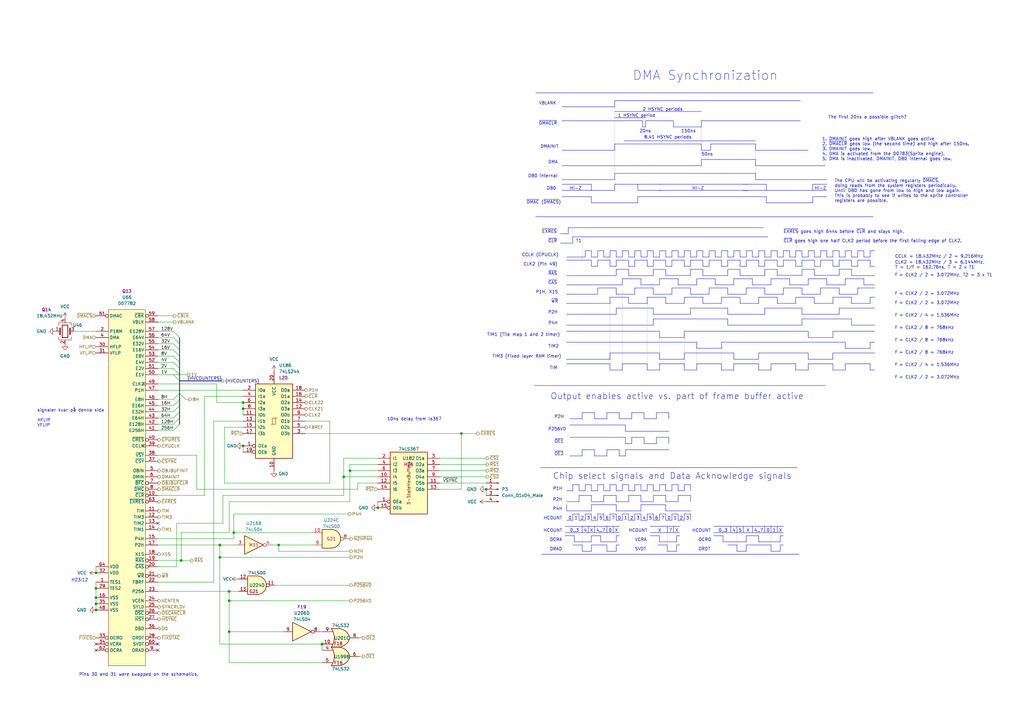
<source format=kicad_sch>
(kicad_sch (version 20230121) (generator eeschema)
  (paper "A3")
  (title_block (title "The Final Round") (date "2023-05-11") (company "Konami GX870") (comment 1 "Timing"))
  (junction (at 99.695 167.64))
  (junction (at 93.98 259.08))
  (junction (at 90.17 228.6))
  (junction (at 199.39 200.66))
  (junction (at 74.295 229.87))
  (junction (at 154.94 208.28))
  (junction (at 39.37 241.3))
  (junction (at 39.37 250.19))
  (junction (at 140.97 195.58))
  (junction (at 132.08 264.16))
  (junction (at 95.885 218.44))
  (junction (at 143.51 193.04))
  (junction (at 114.3 223.52))
  (junction (at 93.98 246.38))
  (junction (at 189.23 177.8))
  (junction (at 99.695 182.88))
  (junction (at 90.17 223.52))
  (junction (at 39.37 245.11))
  (junction (at 93.98 242.57))
  (junction (at 39.37 247.65))
  (junction (at 39.37 234.95))
  (junction (at 99.695 165.1))
  (no_connect (at 64.77 214.63))
  (no_connect (at 39.37 266.7))
  (no_connect (at 64.77 266.7))
  (no_connect (at 64.77 264.16))
  (no_connect (at 39.37 264.16))
  (bus_entry (at 71.12 148.59) (size 2.54 2.54))
  (bus_entry (at 71.12 140.97) (size 2.54 2.54))
  (bus_entry (at 71.12 171.45) (size 2.54 -2.54))
  (bus_entry (at 71.12 138.43) (size 2.54 2.54))
  (bus_entry (at 71.12 146.05) (size 2.54 2.54))
  (bus_entry (at 71.12 163.83) (size 2.54 -2.54))
  (bus_entry (at 71.12 168.91) (size 2.54 -2.54))
  (bus_entry (at 71.12 166.37) (size 2.54 -2.54))
  (bus_entry (at 71.12 135.89) (size 2.54 2.54))
  (bus_entry (at 71.12 151.13) (size 2.54 2.54))
  (bus_entry (at 71.12 176.53) (size 2.54 -2.54))
  (bus_entry (at 71.12 143.51) (size 2.54 2.54))
  (bus_entry (at 73.66 161.29) (size 2.54 2.54))
  (bus_entry (at 71.12 153.67) (size 2.54 2.54))
  (bus_entry (at 71.12 173.99) (size 2.54 -2.54))
  (wire (pts (xy 73.66 153.67) (xy 76.835 153.67)))
  (polyline (pts (xy 323.85 116.84) (xy 331.47 116.84)) (stroke (width 0) (type solid)))
  (polyline (pts (xy 234.95 210.82) (xy 237.49 210.82)) (stroke (width 0) (type solid)))
  (polyline (pts (xy 349.25 110.3902) (xy 349.25 112.9302)) (stroke (width 0) (type solid)))
  (polyline (pts (xy 341.63 151.765) (xy 346.71 151.765)) (stroke (width 0) (type solid)))
  (polyline (pts (xy 234.95 97.155) (xy 234.95 93.345)) (stroke (width 0) (type dot)))
  (polyline (pts (xy 288.29 113.03) (xy 298.45 113.03)) (stroke (width 0) (type solid)))
  (polyline (pts (xy 328.93 120.65) (xy 336.55 120.65)) (stroke (width 0) (type solid)))
  (polyline (pts (xy 270.51 147.32) (xy 280.67 147.32)) (stroke (width 0) (type solid)))
  (polyline (pts (xy 283.21 120.65) (xy 290.83 120.65)) (stroke (width 0) (type solid)))
  (polyline (pts (xy 331.47 138.43) (xy 341.63 138.43)) (stroke (width 0) (type solid)))
  (polyline (pts (xy 219.075 158.115) (xy 338.455 158.115)))
  (polyline (pts (xy 302.26 226.06) (xy 306.07 226.06)) (stroke (width 0) (type solid)))
  (polyline (pts (xy 341.63 138.43) (xy 341.63 135.89)) (stroke (width 0) (type solid)))
  (polyline (pts (xy 287.655 61.595) (xy 291.465 61.595)) (stroke (width 0) (type solid)))
  (wire (pts (xy 142.875 210.82) (xy 95.885 210.82)))
  (polyline (pts (xy 331.47 105.41) (xy 331.47 102.87)) (stroke (width 0) (type solid)))
  (polyline (pts (xy 262.89 116.84) (xy 270.51 116.84)) (stroke (width 0) (type solid)))
  (polyline (pts (xy 270.51 78.105) (xy 306.705 78.105)))
  (polyline (pts (xy 252.73 128.905) (xy 252.73 126.365)) (stroke (width 0) (type solid)))
  (polyline (pts (xy 242.57 109.22) (xy 245.11 109.22)) (stroke (width 0) (type solid)))
  (bus (pts (xy 73.66 138.43) (xy 73.66 140.97)))
  (polyline (pts (xy 250.19 121.92) (xy 257.81 121.92)) (stroke (width 0) (type solid)))
  (polyline (pts (xy 266.7 67.945) (xy 287.655 67.945)) (stroke (width 0) (type solid)))
  (polyline (pts (xy 288.29 110.4427) (xy 288.29 112.9827)) (stroke (width 0) (type solid)))
  (wire (pts (xy 143.51 226.06) (xy 114.3 226.06)))
  (polyline (pts (xy 275.59 109.22) (xy 275.59 106.68)) (stroke (width 0) (type solid)))
  (wire (pts (xy 90.17 223.52) (xy 90.17 228.6)))
  (polyline (pts (xy 277.495 222.25) (xy 277.495 219.71)) (stroke (width 0) (type solid)))
  (polyline (pts (xy 278.13 203.2) (xy 283.21 203.2)) (stroke (width 0) (type solid)))
  (polyline (pts (xy 267.97 118.11) (xy 267.97 120.65)) (stroke (width 0) (type solid)))
  (polyline (pts (xy 238.76 218.44) (xy 238.76 223.52)) (stroke (width 0) (type dot)))
  (polyline (pts (xy 311.15 144.78) (xy 331.47 144.78)) (stroke (width 0) (type solid)))
  (polyline (pts (xy 283.21 112.9827) (xy 283.21 110.4427)) (stroke (width 0) (type solid)))
  (wire (pts (xy 64.77 238.76) (xy 87.63 238.76)))
  (polyline (pts (xy 260.35 118.11) (xy 267.97 118.11)) (stroke (width 0) (type solid)))
  (polyline (pts (xy 293.37 114.3) (xy 293.37 116.84)) (stroke (width 0) (type solid)))
  (polyline (pts (xy 320.04 218.44) (xy 320.04 223.52)) (stroke (width 0) (type dot)))
  (polyline (pts (xy 240.03 102.87) (xy 242.57 102.87)) (stroke (width 0) (type solid)))
  (polyline (pts (xy 243.84 171.7675) (xy 248.92 171.7675)) (stroke (width 0) (type solid)))
  (polyline (pts (xy 349.25 133.35) (xy 358.775 133.35)) (stroke (width 0) (type solid)))
  (polyline (pts (xy 283.21 128.905) (xy 283.21 126.365)) (stroke (width 0) (type solid)))
  (wire (pts (xy 30.48 135.89) (xy 39.37 135.89)))
  (polyline (pts (xy 232.41 201.295) (xy 234.95 201.295)) (stroke (width 0) (type solid)))
  (polyline (pts (xy 356.87 106.68) (xy 356.87 109.22)) (stroke (width 0) (type solid)))
  (polyline (pts (xy 331.47 149.225) (xy 341.63 149.225)) (stroke (width 0) (type solid)))
  (polyline (pts (xy 243.84 187.0075) (xy 243.84 184.4675)) (stroke (width 0) (type solid)))
  (polyline (pts (xy 259.08 169.2275) (xy 264.16 169.2275)) (stroke (width 0) (type solid)))
  (polyline (pts (xy 269.24 181.9275) (xy 269.24 179.3875)) (stroke (width 0) (type solid)))
  (wire (pts (xy 143.51 193.04) (xy 154.94 193.04)))
  (polyline (pts (xy 280.67 109.22) (xy 283.21 109.22)) (stroke (width 0) (type solid)))
  (wire (pts (xy 64.77 132.08) (xy 71.12 132.08)))
  (polyline (pts (xy 238.76 106.68) (xy 238.76 97.155)) (stroke (width 0) (type dot)))
  (polyline (pts (xy 339.09 73.66) (xy 309.88 73.66)) (stroke (width 0) (type solid)))
  (polyline (pts (xy 259.08 179.3875) (xy 264.16 179.3875)) (stroke (width 0) (type solid)))
  (wire (pts (xy 147.32 269.24) (xy 148.59 269.24)))
  (polyline (pts (xy 316.23 114.3) (xy 323.85 114.3)) (stroke (width 0) (type solid)))
  (polyline (pts (xy 269.24 169.2275) (xy 274.32 169.2275)) (stroke (width 0) (type solid)))
  (polyline (pts (xy 238.76 226.06) (xy 238.76 223.52)) (stroke (width 0) (type solid)))
  (polyline (pts (xy 232.41 116.84) (xy 255.27 116.84)) (stroke (width 0) (type solid)))
  (polyline (pts (xy 334.01 106.68) (xy 334.01 109.22)) (stroke (width 0) (type solid)))
  (polyline (pts (xy 349.25 109.22) (xy 351.79 109.22)) (stroke (width 0) (type solid)))
  (polyline (pts (xy 280.67 121.92) (xy 288.29 121.92)) (stroke (width 0) (type solid)))
  (polyline (pts (xy 313.69 126.365) (xy 328.93 126.365)) (stroke (width 0) (type solid)))
  (polyline (pts (xy 265.43 198.755) (xy 267.97 198.755)) (stroke (width 0) (type solid)))
  (polyline (pts (xy 314.325 75.565) (xy 304.8 75.565)) (stroke (width 0) (type solid)))
  (polyline (pts (xy 339.09 114.3) (xy 339.09 116.84)) (stroke (width 0) (type solid)))
  (polyline (pts (xy 313.69 120.65) (xy 321.31 120.65)) (stroke (width 0) (type solid)))
  (polyline (pts (xy 334.01 110.3902) (xy 334.01 112.9302)) (stroke (width 0) (type solid)))
  (polyline (pts (xy 252.095 78.105) (xy 252.095 75.565)) (stroke (width 0) (type solid)))
  (polyline (pts (xy 311.15 222.25) (xy 320.04 222.25)) (stroke (width 0) (type solid)))
  (polyline (pts (xy 344.17 109.22) (xy 344.17 106.68)) (stroke (width 0) (type solid)))
  (polyline (pts (xy 252.73 205.74) (xy 252.73 203.2)) (stroke (width 0) (type solid)))
  (polyline (pts (xy 267.97 198.755) (xy 267.97 201.295)) (stroke (width 0) (type solid)))
  (polyline (pts (xy 267.335 49.53) (xy 273.685 49.53)))
  (polyline (pts (xy 334.01 121.92) (xy 334.01 124.46)) (stroke (width 0) (type solid)))
  (polyline (pts (xy 267.97 213.36) (xy 270.51 213.36)) (stroke (width 0) (type solid)))
  (polyline (pts (xy 262.89 114.3) (xy 262.89 116.84)) (stroke (width 0) (type solid)))
  (polyline (pts (xy 248.92 215.9) (xy 251.46 215.9)) (stroke (width 0) (type solid)))
  (polyline (pts (xy 328.93 128.905) (xy 344.17 128.905)) (stroke (width 0) (type solid)))
  (polyline (pts (xy 260.35 198.755) (xy 260.35 201.295)) (stroke (width 0) (type solid)))
  (polyline (pts (xy 222.25 227.33) (xy 327.66 227.33)))
  (wire (pts (xy 154.94 205.74) (xy 154.94 208.28)))
  (polyline (pts (xy 231.775 219.71) (xy 235.585 219.71)) (stroke (width 0) (type solid)))
  (polyline (pts (xy 280.67 147.32) (xy 280.67 144.78)) (stroke (width 0) (type solid)))
  (polyline (pts (xy 265.43 198.755) (xy 265.43 201.295)) (stroke (width 0) (type solid)))
  (polyline (pts (xy 250.19 105.41) (xy 250.19 102.87)) (stroke (width 0) (type solid)))
  (polyline (pts (xy 265.43 109.22) (xy 267.97 109.22)) (stroke (width 0) (type solid)))
  (polyline (pts (xy 250.19 144.78) (xy 270.51 144.78)) (stroke (width 0) (type solid)))
  (polyline (pts (xy 356.87 140.335) (xy 358.775 140.335)) (stroke (width 0) (type solid)))
  (polyline (pts (xy 328.93 110.3902) (xy 334.01 110.3902)) (stroke (width 0) (type solid)))
  (polyline (pts (xy 273.685 215.9) (xy 276.225 215.9)) (stroke (width 0) (type solid)))
  (polyline (pts (xy 295.91 105.41) (xy 295.91 102.87)) (stroke (width 0) (type solid)))
  (polyline (pts (xy 298.45 113.03) (xy 298.45 110.49)) (stroke (width 0) (type solid)))
  (polyline (pts (xy 295.91 102.87) (xy 298.45 102.87)) (stroke (width 0) (type solid)))
  (wire (pts (xy 64.77 148.59) (xy 71.12 148.59)))
  (polyline (pts (xy 346.71 114.3) (xy 354.33 114.3)) (stroke (width 0) (type solid)))
  (wire (pts (xy 64.77 138.43) (xy 71.12 138.43)))
  (wire (pts (xy 92.075 198.12) (xy 92.075 175.26)))
  (polyline (pts (xy 336.55 118.11) (xy 344.17 118.11)) (stroke (width 0) (type solid)))
  (polyline (pts (xy 328.93 105.41) (xy 331.47 105.41)) (stroke (width 0) (type solid)))
  (wire (pts (xy 64.77 153.67) (xy 71.12 153.67)))
  (wire (pts (xy 87.63 172.72) (xy 99.695 172.72)))
  (polyline (pts (xy 306.07 223.52) (xy 316.23 223.52)) (stroke (width 0) (type solid)))
  (polyline (pts (xy 231.775 218.44) (xy 238.76 218.44)) (stroke (width 0) (type solid)))
  (polyline (pts (xy 263.525 52.07) (xy 263.525 49.53)) (stroke (width 0) (type solid)))
  (polyline (pts (xy 274.32 181.9275) (xy 274.32 179.3875)) (stroke (width 0) (type solid)))
  (polyline (pts (xy 356.87 121.92) (xy 358.775 121.92)) (stroke (width 0) (type solid)))
  (wire (pts (xy 72.39 232.41) (xy 72.39 214.63)))
  (polyline (pts (xy 306.07 118.11) (xy 313.69 118.11)) (stroke (width 0) (type solid)))
  (polyline (pts (xy 290.83 120.65) (xy 290.83 118.11)) (stroke (width 0) (type solid)))
  (polyline (pts (xy 283.21 198.755) (xy 283.21 201.295)) (stroke (width 0) (type solid)))
  (polyline (pts (xy 346.71 105.41) (xy 346.71 102.87)) (stroke (width 0) (type solid)))
  (polyline (pts (xy 252.73 209.55) (xy 252.73 207.01)) (stroke (width 0) (type solid)))
  (wire (pts (xy 64.77 140.97) (xy 71.12 140.97)))
  (polyline (pts (xy 242.57 78.105) (xy 242.57 75.565)) (stroke (width 0) (type solid)))
  (polyline (pts (xy 252.73 198.755) (xy 252.73 201.295)) (stroke (width 0) (type solid)))
  (polyline (pts (xy 295.275 65.405) (xy 304.165 65.405)))
  (polyline (pts (xy 237.49 205.74) (xy 237.49 203.2)) (stroke (width 0) (type solid)))
  (polyline (pts (xy 230.505 61.595) (xy 252.095 61.595)) (stroke (width 0) (type solid)))
  (polyline (pts (xy 230.505 49.53) (xy 254.635 49.53)) (stroke (width 0) (type solid)))
  (polyline (pts (xy 273.685 218.4277) (xy 276.225 218.4277)) (stroke (width 0) (type solid)))
  (polyline (pts (xy 287.655 52.07) (xy 287.655 49.53)) (stroke (width 0) (type solid)))
  (polyline (pts (xy 250.19 151.765) (xy 255.27 151.765)) (stroke (width 0) (type solid)))
  (wire (pts (xy 74.295 229.87) (xy 74.295 218.44)))
  (polyline (pts (xy 264.16 181.9275) (xy 269.24 181.9275)) (stroke (width 0) (type solid)))
  (polyline (pts (xy 232.41 135.89) (xy 270.51 135.89)) (stroke (width 0) (type solid)))
  (polyline (pts (xy 273.05 205.74) (xy 278.13 205.74)) (stroke (width 0) (type solid)))
  (polyline (pts (xy 250.19 106.68) (xy 250.19 109.22)) (stroke (width 0) (type solid)))
  (polyline (pts (xy 265.43 151.765) (xy 265.43 149.225)) (stroke (width 0) (type solid)))
  (bus (pts (xy 73.66 151.13) (xy 73.66 153.67)))
  (polyline (pts (xy 336.55 109.22) (xy 336.55 106.68)) (stroke (width 0) (type solid)))
  (polyline (pts (xy 243.84 187.0075) (xy 248.92 187.0075)) (stroke (width 0) (type solid)))
  (wire (pts (xy 39.37 232.41) (xy 39.37 234.95)))
  (polyline (pts (xy 328.93 118.11) (xy 328.93 120.65)) (stroke (width 0) (type solid)))
  (polyline (pts (xy 267.97 201.295) (xy 270.51 201.295)) (stroke (width 0) (type solid)))
  (polyline (pts (xy 267.97 210.82) (xy 267.97 213.36)) (stroke (width 0) (type solid)))
  (polyline (pts (xy 242.57 219.71) (xy 246.38 219.71)) (stroke (width 0) (type solid)))
  (polyline (pts (xy 288.29 105.41) (xy 288.29 102.87)) (stroke (width 0) (type solid)))
  (polyline (pts (xy 333.375 78.105) (xy 314.325 78.105)) (stroke (width 0) (type solid)))
  (polyline (pts (xy 245.11 102.87) (xy 247.65 102.87)) (stroke (width 0) (type solid)))
  (polyline (pts (xy 267.97 109.22) (xy 267.97 106.68)) (stroke (width 0) (type solid)))
  (polyline (pts (xy 260.35 120.65) (xy 260.35 118.11)) (stroke (width 0) (type solid)))
  (polyline (pts (xy 247.65 213.36) (xy 250.19 213.36)) (stroke (width 0) (type solid)))
  (polyline (pts (xy 306.07 120.65) (xy 306.07 118.11)) (stroke (width 0) (type solid)))
  (polyline (pts (xy 309.88 59.69) (xy 309.88 73.025)) (stroke (width 0) (type dot)))
  (polyline (pts (xy 298.45 128.905) (xy 313.69 128.905)) (stroke (width 0) (type solid)))
  (wire (pts (xy 64.77 168.91) (xy 71.12 168.91)))
  (polyline (pts (xy 341.63 102.87) (xy 344.17 102.87)) (stroke (width 0) (type solid)))
  (polyline (pts (xy 341.63 151.765) (xy 341.63 149.225)) (stroke (width 0) (type solid)))
  (polyline (pts (xy 280.67 151.765) (xy 285.75 151.765)) (stroke (width 0) (type solid)))
  (polyline (pts (xy 257.81 110.49) (xy 257.81 113.03)) (stroke (width 0) (type solid)))
  (wire (pts (xy 64.77 135.89) (xy 71.12 135.89)))
  (wire (pts (xy 90.17 228.6) (xy 143.51 228.6)))
  (polyline (pts (xy 326.39 106.68) (xy 326.39 109.22)) (stroke (width 0) (type solid)))
  (polyline (pts (xy 234.95 198.755) (xy 234.95 201.295)) (stroke (width 0) (type solid)))
  (polyline (pts (xy 280.67 137.16) (xy 280.67 150.495)) (stroke (width 0) (type dot)))
  (polyline (pts (xy 295.91 121.92) (xy 295.91 124.46)) (stroke (width 0) (type solid)))
  (polyline (pts (xy 331.47 147.32) (xy 341.63 147.32)) (stroke (width 0) (type solid)))
  (wire (pts (xy 88.9 165.1) (xy 99.695 165.1)))
  (polyline (pts (xy 275.59 102.87) (xy 278.13 102.87)) (stroke (width 0) (type solid)))
  (polyline (pts (xy 326.39 151.765) (xy 326.39 149.225)) (stroke (width 0) (type solid)))
  (polyline (pts (xy 273.05 110.49) (xy 273.05 113.03)) (stroke (width 0) (type solid)))
  (polyline (pts (xy 292.735 218.44) (xy 321.31 218.44)) (stroke (width 0) (type solid)))
  (polyline (pts (xy 306.07 106.68) (xy 311.15 106.68)) (stroke (width 0) (type solid)))
  (polyline (pts (xy 295.91 140.335) (xy 346.71 140.335)) (stroke (width 0) (type solid)))
  (polyline (pts (xy 308.61 105.41) (xy 311.15 105.41)) (stroke (width 0) (type solid)))
  (polyline (pts (xy 314.325 78.105) (xy 314.325 75.565)) (stroke (width 0) (type solid)))
  (wire (pts (xy 140.97 187.96) (xy 154.94 187.96)))
  (polyline (pts (xy 346.71 142.875) (xy 356.87 142.875)) (stroke (width 0) (type solid)))
  (polyline (pts (xy 265.43 121.92) (xy 265.43 124.46)) (stroke (width 0) (type solid)))
  (polyline (pts (xy 248.92 184.4675) (xy 254 184.4675)) (stroke (width 0) (type solid)))
  (polyline (pts (xy 234.95 99.695) (xy 234.95 97.155)) (stroke (width 0) (type solid)))
  (polyline (pts (xy 260.35 59.055) (xy 270.51 59.055)))
  (polyline (pts (xy 267.97 106.68) (xy 273.05 106.68)) (stroke (width 0) (type solid)))
  (polyline (pts (xy 285.75 105.41) (xy 285.75 102.87)) (stroke (width 0) (type solid)))
  (polyline (pts (xy 321.31 102.87) (xy 323.85 102.87)) (stroke (width 0) (type solid)))
  (polyline (pts (xy 356.87 102.87) (xy 358.775 102.87)) (stroke (width 0) (type solid)))
  (polyline (pts (xy 320.04 219.71) (xy 321.31 219.71)) (stroke (width 0) (type solid)))
  (polyline (pts (xy 349.25 105.41) (xy 349.25 102.87)) (stroke (width 0) (type solid)))
  (polyline (pts (xy 250.19 124.46) (xy 250.19 149.225)) (stroke (width 0) (type dot)))
  (polyline (pts (xy 291.465 59.055) (xy 295.275 59.055)) (stroke (width 0) (type solid)))
  (polyline (pts (xy 232.41 120.65) (xy 245.11 120.65)) (stroke (width 0) (type solid)))
  (wire (pts (xy 132.08 264.16) (xy 132.08 266.7)))
  (polyline (pts (xy 300.99 102.87) (xy 303.53 102.87)) (stroke (width 0) (type solid)))
  (polyline (pts (xy 237.49 213.36) (xy 240.03 213.36)) (stroke (width 0) (type solid)))
  (polyline (pts (xy 252.73 205.74) (xy 257.81 205.74)) (stroke (width 0) (type solid)))
  (polyline (pts (xy 255.27 105.41) (xy 255.27 102.87)) (stroke (width 0) (type solid)))
  (polyline (pts (xy 344.17 105.41) (xy 344.17 102.87)) (stroke (width 0) (type solid)))
  (polyline (pts (xy 334.01 124.46) (xy 341.63 124.46)) (stroke (width 0) (type solid)))
  (polyline (pts (xy 311.15 102.87) (xy 313.69 102.87)) (stroke (width 0) (type solid)))
  (polyline (pts (xy 296.545 222.25) (xy 306.07 222.25)) (stroke (width 0) (type solid)))
  (wire (pts (xy 92.075 175.26) (xy 99.695 175.26)))
  (polyline (pts (xy 265.43 102.87) (xy 267.97 102.87)) (stroke (width 0) (type solid)))
  (polyline (pts (xy 302.26 218.44) (xy 302.26 223.52)) (stroke (width 0) (type dot)))
  (polyline (pts (xy 351.79 120.65) (xy 351.79 118.11)) (stroke (width 0) (type solid)))
  (polyline (pts (xy 306.07 109.22) (xy 306.07 106.68)) (stroke (width 0) (type solid)))
  (polyline (pts (xy 267.97 203.2) (xy 273.05 203.2)) (stroke (width 0) (type solid)))
  (polyline (pts (xy 242.57 222.25) (xy 242.57 219.71)) (stroke (width 0) (type solid)))
  (polyline (pts (xy 267.97 105.41) (xy 267.97 102.87)) (stroke (width 0) (type solid)))
  (polyline (pts (xy 271.145 80.645) (xy 261.62 80.645)) (stroke (width 0) (type solid)))
  (polyline (pts (xy 259.08 181.9275) (xy 259.08 179.3875)) (stroke (width 0) (type solid)))
  (polyline (pts (xy 245.11 105.41) (xy 245.11 102.87)) (stroke (width 0) (type solid)))
  (polyline (pts (xy 262.89 210.82) (xy 262.89 213.36)) (stroke (width 0) (type solid)))
  (polyline (pts (xy 288.29 109.22) (xy 290.83 109.22)) (stroke (width 0) (type solid)))
  (polyline (pts (xy 252.73 120.65) (xy 260.35 120.65)) (stroke (width 0) (type solid)))
  (polyline (pts (xy 313.69 109.22) (xy 313.69 106.68)) (stroke (width 0) (type solid)))
  (wire (pts (xy 93.98 205.74) (xy 143.51 205.74)))
  (polyline (pts (xy 233.68 174.3075) (xy 256.54 174.3075)) (stroke (width 0) (type solid)))
  (polyline (pts (xy 232.41 209.55) (xy 242.57 209.55)) (stroke (width 0) (type solid)))
  (polyline (pts (xy 296.545 218.44) (xy 296.545 219.71)) (stroke (width 0) (type dot)))
  (polyline (pts (xy 232.41 105.41) (xy 240.03 105.41)) (stroke (width 0) (type solid)))
  (polyline (pts (xy 248.92 187.0075) (xy 248.92 184.4675)) (stroke (width 0) (type solid)))
  (polyline (pts (xy 257.81 213.36) (xy 260.35 213.36)) (stroke (width 0) (type solid)))
  (polyline (pts (xy 250.19 198.755) (xy 250.19 201.295)) (stroke (width 0) (type solid)))
  (wire (pts (xy 146.685 200.66) (xy 146.685 198.12)))
  (polyline (pts (xy 311.15 106.68) (xy 311.15 109.22)) (stroke (width 0) (type solid)))
  (polyline (pts (xy 285.75 102.87) (xy 288.29 102.87)) (stroke (width 0) (type solid)))
  (polyline (pts (xy 278.13 114.3) (xy 278.13 116.84)) (stroke (width 0) (type solid)))
  (polyline (pts (xy 271.145 78.105) (xy 261.62 78.105)) (stroke (width 0) (type solid)))
  (polyline (pts (xy 323.85 114.3) (xy 323.85 116.84)) (stroke (width 0) (type solid)))
  (polyline (pts (xy 300.99 105.41) (xy 300.99 102.87)) (stroke (width 0) (type solid)))
  (polyline (pts (xy 298.45 120.65) (xy 306.07 120.65)) (stroke (width 0) (type solid)))
  (polyline (pts (xy 292.735 215.9) (xy 321.31 215.9)) (stroke (width 0) (type solid)))
  (polyline (pts (xy 298.45 106.68) (xy 303.53 106.68)) (stroke (width 0) (type solid)))
  (polyline (pts (xy 257.81 105.41) (xy 260.35 105.41)) (stroke (width 0) (type solid)))
  (polyline (pts (xy 354.33 105.41) (xy 356.87 105.41)) (stroke (width 0) (type solid)))
  (polyline (pts (xy 248.92 226.06) (xy 252.73 226.06)) (stroke (width 0) (type solid)))
  (polyline (pts (xy 316.23 102.87) (xy 318.77 102.87)) (stroke (width 0) (type solid)))
  (polyline (pts (xy 260.35 106.68) (xy 265.43 106.68)) (stroke (width 0) (type solid)))
  (wire (pts (xy 74.295 229.87) (xy 78.105 229.87)))
  (polyline (pts (xy 309.88 73.66) (xy 309.88 71.12)) (stroke (width 0) (type solid)))
  (polyline (pts (xy 232.41 209.55) (xy 232.41 207.01)) (stroke (width 0) (type solid)))
  (polyline (pts (xy 323.85 105.41) (xy 323.85 102.87)) (stroke (width 0) (type solid)))
  (polyline (pts (xy 277.495 223.52) (xy 278.765 223.52)) (stroke (width 0) (type solid)))
  (polyline (pts (xy 287.655 61.595) (xy 287.655 59.055)) (stroke (width 0) (type solid)))
  (polyline (pts (xy 326.39 121.92) (xy 334.01 121.92)) (stroke (width 0) (type solid)))
  (polyline (pts (xy 262.89 105.41) (xy 262.89 102.87)) (stroke (width 0) (type solid)))
  (polyline (pts (xy 252.73 210.82) (xy 252.73 213.36)) (stroke (width 0) (type solid)))
  (polyline (pts (xy 245.11 106.68) (xy 250.19 106.68)) (stroke (width 0) (type solid)))
  (polyline (pts (xy 339.09 75.565) (xy 333.375 75.565)) (stroke (width 0) (type solid)))
  (polyline (pts (xy 232.41 133.35) (xy 267.97 133.35)) (stroke (width 0) (type solid)))
  (polyline (pts (xy 251.46 215.9) (xy 254 215.9)) (stroke (width 0) (type solid)))
  (polyline (pts (xy 300.99 116.84) (xy 300.99 114.3)) (stroke (width 0) (type solid)))
  (polyline (pts (xy 243.84 218.44) (xy 248.92 218.44)) (stroke (width 0) (type solid)))
  (wire (pts (xy 64.77 160.02) (xy 99.695 160.02)))
  (polyline (pts (xy 230.505 67.945) (xy 260.35 67.945)) (stroke (width 0) (type solid)))
  (wire (pts (xy 88.9 165.1) (xy 88.9 157.48)))
  (polyline (pts (xy 339.09 80.645) (xy 333.375 80.645)) (stroke (width 0) (type solid)))
  (polyline (pts (xy 278.13 210.82) (xy 278.13 213.36)) (stroke (width 0) (type solid)))
  (polyline (pts (xy 276.225 218.44) (xy 276.225 215.9)) (stroke (width 0) (type solid)))
  (wire (pts (xy 199.39 200.66) (xy 199.39 203.2)))
  (polyline (pts (xy 257.81 105.41) (xy 257.81 102.87)) (stroke (width 0) (type solid)))
  (polyline (pts (xy 261.62 75.565) (xy 252.095 75.565)) (stroke (width 0) (type solid)))
  (polyline (pts (xy 318.77 106.68) (xy 318.77 109.22)) (stroke (width 0) (type solid)))
  (wire (pts (xy 72.39 214.63) (xy 91.44 214.63)))
  (polyline (pts (xy 262.89 205.74) (xy 262.89 203.2)) (stroke (width 0) (type solid)))
  (polyline (pts (xy 245.11 198.755) (xy 247.65 198.755)) (stroke (width 0) (type solid)))
  (polyline (pts (xy 238.76 169.2275) (xy 243.84 169.2275)) (stroke (width 0) (type solid)))
  (polyline (pts (xy 221.615 191.77) (xy 327.025 191.77)))
  (polyline (pts (xy 262.89 105.41) (xy 265.43 105.41)) (stroke (width 0) (type solid)))
  (polyline (pts (xy 280.67 198.755) (xy 283.21 198.755)) (stroke (width 0) (type solid)))
  (polyline (pts (xy 308.61 116.84) (xy 316.23 116.84)) (stroke (width 0) (type solid)))
  (polyline (pts (xy 242.57 205.74) (xy 242.57 203.2)) (stroke (width 0) (type solid)))
  (polyline (pts (xy 238.76 215.9) (xy 241.3 215.9)) (stroke (width 0) (type solid)))
  (polyline (pts (xy 313.69 105.41) (xy 316.23 105.41)) (stroke (width 0) (type solid)))
  (polyline (pts (xy 344.17 126.365) (xy 358.775 126.365)) (stroke (width 0) (type solid)))
  (polyline (pts (xy 232.41 205.74) (xy 237.49 205.74)) (stroke (width 0) (type solid)))
  (polyline (pts (xy 293.37 105.41) (xy 295.91 105.41)) (stroke (width 0) (type solid)))
  (polyline (pts (xy 266.7 218.44) (xy 273.685 218.44)) (stroke (width 0) (type solid)))
  (polyline (pts (xy 298.45 128.905) (xy 298.45 126.365)) (stroke (width 0) (type solid)))
  (wire (pts (xy 64.77 220.98) (xy 95.885 220.98)))
  (wire (pts (xy 143.51 190.5) (xy 154.94 190.5)))
  (polyline (pts (xy 242.57 105.41) (xy 245.11 105.41)) (stroke (width 0) (type solid)))
  (wire (pts (xy 93.98 259.08) (xy 116.205 259.08)))
  (polyline (pts (xy 273.05 121.92) (xy 273.05 124.46)) (stroke (width 0) (type solid)))
  (polyline (pts (xy 303.53 105.41) (xy 303.53 102.87)) (stroke (width 0) (type solid)))
  (polyline (pts (xy 242.57 209.55) (xy 242.57 207.01)) (stroke (width 0) (type solid)))
  (polyline (pts (xy 275.59 120.65) (xy 275.59 118.11)) (stroke (width 0) (type solid)))
  (polyline (pts (xy 229.87 95.885) (xy 231.775 95.885)))
  (polyline (pts (xy 232.41 140.335) (xy 285.75 140.335)) (stroke (width 0) (type solid)))
  (wire (pts (xy 71.12 153.67) (xy 73.66 153.67)))
  (polyline (pts (xy 341.63 121.92) (xy 341.63 124.46)) (stroke (width 0) (type solid)))
  (polyline (pts (xy 271.145 80.645) (xy 307.34 80.645)))
  (polyline (pts (xy 304.8 218.4277) (xy 304.8 215.8877)) (stroke (width 0) (type solid)))
  (polyline (pts (xy 273.05 201.295) (xy 275.59 201.295)) (stroke (width 0) (type solid)))
  (polyline (pts (xy 275.59 198.755) (xy 275.59 201.295)) (stroke (width 0) (type solid)))
  (polyline (pts (xy 326.39 151.765) (xy 331.47 151.765)) (stroke (width 0) (type solid)))
  (polyline (pts (xy 233.68 171.7675) (xy 238.76 171.7675)) (stroke (width 0) (type solid)))
  (wire (pts (xy 99.695 165.1) (xy 99.695 167.64)))
  (polyline (pts (xy 247.65 205.74) (xy 247.65 203.2)) (stroke (width 0) (type solid)))
  (wire (pts (xy 64.77 203.2) (xy 83.82 203.2)))
  (wire (pts (xy 180.34 200.66) (xy 189.23 200.66)))
  (polyline (pts (xy 306.07 222.25) (xy 306.07 219.71)) (stroke (width 0) (type solid)))
  (polyline (pts (xy 252.73 126.365) (xy 267.97 126.365)) (stroke (width 0) (type solid)))
  (polyline (pts (xy 278.13 213.36) (xy 280.67 213.36)) (stroke (width 0) (type solid)))
  (polyline (pts (xy 273.685 49.53) (xy 276.225 49.53)) (stroke (width 0) (type solid)))
  (polyline (pts (xy 250.19 109.22) (xy 252.73 109.22)) (stroke (width 0) (type solid)))
  (polyline (pts (xy 288.29 124.46) (xy 295.91 124.46)) (stroke (width 0) (type solid)))
  (polyline (pts (xy 235.585 222.25) (xy 242.57 222.25)) (stroke (width 0) (type solid)))
  (polyline (pts (xy 257.81 210.82) (xy 257.81 213.36)) (stroke (width 0) (type solid)))
  (wire (pts (xy 143.51 205.74) (xy 143.51 193.04)))
  (wire (pts (xy 140.97 203.2) (xy 140.97 195.58)))
  (polyline (pts (xy 270.51 105.41) (xy 270.51 102.87)) (stroke (width 0) (type solid)))
  (polyline (pts (xy 303.53 121.92) (xy 303.53 124.46)) (stroke (width 0) (type solid)))
  (polyline (pts (xy 299.72 218.44) (xy 299.72 215.9)) (stroke (width 0) (type solid)))
  (polyline (pts (xy 306.07 219.71) (xy 311.15 219.71)) (stroke (width 0) (type solid)))
  (polyline (pts (xy 316.23 226.06) (xy 320.04 226.06)) (stroke (width 0) (type solid)))
  (wire (pts (xy 92.075 198.12) (xy 135.255 198.12)))
  (polyline (pts (xy 273.05 213.36) (xy 275.59 213.36)) (stroke (width 0) (type solid)))
  (polyline (pts (xy 270.51 102.87) (xy 273.05 102.87)) (stroke (width 0) (type solid)))
  (polyline (pts (xy 267.97 120.65) (xy 275.59 120.65)) (stroke (width 0) (type solid)))
  (polyline (pts (xy 273.05 205.74) (xy 273.05 203.2)) (stroke (width 0) (type solid)))
  (polyline (pts (xy 356.87 142.875) (xy 356.87 140.335)) (stroke (width 0) (type solid)))
  (polyline (pts (xy 252.73 209.55) (xy 262.89 209.55)) (stroke (width 0) (type solid)))
  (polyline (pts (xy 303.53 106.68) (xy 303.53 109.22)) (stroke (width 0) (type solid)))
  (polyline (pts (xy 270.51 151.765) (xy 270.51 149.225)) (stroke (width 0) (type solid)))
  (polyline (pts (xy 318.77 218.44) (xy 318.77 215.8877)) (stroke (width 0) (type solid)))
  (polyline (pts (xy 278.13 205.74) (xy 278.13 203.2)) (stroke (width 0) (type solid)))
  (wire (pts (xy 125.095 172.72) (xy 135.255 172.72)))
  (polyline (pts (xy 257.81 198.755) (xy 257.81 201.295)) (stroke (width 0) (type solid)))
  (polyline (pts (xy 303.53 110.49) (xy 303.53 113.03)) (stroke (width 0) (type solid)))
  (bus (pts (xy 73.66 153.67) (xy 73.66 156.21)))
  (wire (pts (xy 64.77 242.57) (xy 93.98 242.57)))
  (polyline (pts (xy 320.04 223.52) (xy 321.31 223.52)) (stroke (width 0) (type solid)))
  (polyline (pts (xy 235.585 222.25) (xy 235.585 219.71)) (stroke (width 0) (type solid)))
  (polyline (pts (xy 311.15 121.92) (xy 311.15 124.46)) (stroke (width 0) (type solid)))
  (polyline (pts (xy 232.41 149.225) (xy 250.19 149.225)) (stroke (width 0) (type solid)))
  (wire (pts (xy 80.645 186.69) (xy 80.645 200.66)))
  (polyline (pts (xy 313.69 118.11) (xy 313.69 120.65)) (stroke (width 0) (type solid)))
  (polyline (pts (xy 344.17 128.905) (xy 344.17 126.365)) (stroke (width 0) (type solid)))
  (polyline (pts (xy 328.93 133.35) (xy 328.93 130.81)) (stroke (width 0) (type solid)))
  (polyline (pts (xy 248.92 169.2275) (xy 254 169.2275)) (stroke (width 0) (type solid)))
  (polyline (pts (xy 298.45 105.41) (xy 298.45 102.87)) (stroke (width 0) (type solid)))
  (polyline (pts (xy 243.84 218.44) (xy 243.84 215.9)) (stroke (width 0) (type solid)))
  (polyline (pts (xy 260.35 109.22) (xy 260.35 106.68)) (stroke (width 0) (type solid)))
  (wire (pts (xy 114.3 223.52) (xy 128.27 223.52)))
  (polyline (pts (xy 283.21 126.365) (xy 298.45 126.365)) (stroke (width 0) (type solid)))
  (wire (pts (xy 95.885 218.44) (xy 128.27 218.44)))
  (polyline (pts (xy 283.21 118.11) (xy 283.21 120.65)) (stroke (width 0) (type solid)))
  (polyline (pts (xy 230.505 73.66) (xy 252.095 73.66)) (stroke (width 0) (type solid)))
  (wire (pts (xy 39.37 238.76) (xy 39.37 241.3)))
  (polyline (pts (xy 242.57 201.295) (xy 245.11 201.295)) (stroke (width 0) (type solid)))
  (bus (pts (xy 73.66 161.29) (xy 73.66 163.83)))
  (polyline (pts (xy 240.03 210.82) (xy 240.03 213.36)) (stroke (width 0) (type solid)))
  (polyline (pts (xy 303.53 124.46) (xy 311.15 124.46)) (stroke (width 0) (type solid)))
  (polyline (pts (xy 295.91 142.24) (xy 295.91 151.765)) (stroke (width 0) (type dot)))
  (polyline (pts (xy 336.55 120.65) (xy 336.55 118.11)) (stroke (width 0) (type solid)))
  (polyline (pts (xy 242.57 213.36) (xy 245.11 213.36)) (stroke (width 0) (type solid)))
  (polyline (pts (xy 231.775 215.9) (xy 238.76 215.9)) (stroke (width 0) (type solid)))
  (polyline (pts (xy 248.92 171.7675) (xy 248.92 169.2275)) (stroke (width 0) (type solid)))
  (polyline (pts (xy 252.73 113.03) (xy 252.73 110.49)) (stroke (width 0) (type solid)))
  (wire (pts (xy 93.98 259.08) (xy 93.98 271.78)))
  (polyline (pts (xy 270.51 198.755) (xy 273.05 198.755)) (stroke (width 0) (type solid)))
  (polyline (pts (xy 256.54 184.4675) (xy 274.32 184.4675)) (stroke (width 0) (type solid)))
  (polyline (pts (xy 318.77 105.41) (xy 321.31 105.41)) (stroke (width 0) (type solid)))
  (wire (pts (xy 147.32 261.62) (xy 148.59 261.62)))
  (polyline (pts (xy 346.71 102.87) (xy 349.25 102.87)) (stroke (width 0) (type solid)))
  (polyline (pts (xy 344.17 120.65) (xy 351.79 120.65)) (stroke (width 0) (type solid)))
  (polyline (pts (xy 252.095 41.275) (xy 328.295 41.275)) (stroke (width 0) (type solid)))
  (polyline (pts (xy 242.57 80.645) (xy 230.505 80.645)) (stroke (width 0) (type solid)))
  (polyline (pts (xy 270.51 218.44) (xy 270.51 219.71)) (stroke (width 0) (type dot)))
  (polyline (pts (xy 314.325 83.185) (xy 333.375 83.185)) (stroke (width 0) (type solid)))
  (polyline (pts (xy 295.91 151.765) (xy 300.99 151.765)) (stroke (width 0) (type solid)))
  (polyline (pts (xy 265.43 210.82) (xy 267.97 210.82)) (stroke (width 0) (type solid)))
  (polyline (pts (xy 354.33 105.41) (xy 354.33 102.87)) (stroke (width 0) (type solid)))
  (polyline (pts (xy 339.09 116.84) (xy 346.71 116.84)) (stroke (width 0) (type solid)))
  (polyline (pts (xy 251.46 218.44) (xy 251.46 215.9)) (stroke (width 0) (type solid)))
  (polyline (pts (xy 270.51 210.82) (xy 270.51 213.36)) (stroke (width 0) (type solid)))
  (polyline (pts (xy 291.465 61.595) (xy 291.465 59.055)) (stroke (width 0) (type solid)))
  (polyline (pts (xy 264.795 52.07) (xy 264.795 49.53)) (stroke (width 0) (type solid)))
  (polyline (pts (xy 245.11 210.82) (xy 247.65 210.82)) (stroke (width 0) (type solid)))
  (polyline (pts (xy 339.09 105.41) (xy 339.09 102.87)) (stroke (width 0) (type solid)))
  (polyline (pts (xy 267.97 128.905) (xy 267.97 126.365)) (stroke (width 0) (type solid)))
  (polyline (pts (xy 302.26 218.44) (xy 302.26 215.8877)) (stroke (width 0) (type solid)))
  (wire (pts (xy 64.77 151.13) (xy 71.12 151.13)))
  (polyline (pts (xy 232.41 106.68) (xy 242.57 106.68)) (stroke (width 0) (type solid)))
  (polyline (pts (xy 306.07 105.41) (xy 306.07 102.87)) (stroke (width 0) (type solid)))
  (polyline (pts (xy 250.19 151.765) (xy 250.19 149.225)) (stroke (width 0) (type solid)))
  (polyline (pts (xy 242.57 78.105) (xy 230.505 78.105)) (stroke (width 0) (type solid)))
  (polyline (pts (xy 259.08 171.7675) (xy 259.08 169.2275)) (stroke (width 0) (type solid)))
  (polyline (pts (xy 255.27 114.3) (xy 262.89 114.3)) (stroke (width 0) (type solid)))
  (wire (pts (xy 195.58 177.8) (xy 189.23 177.8)))
  (polyline (pts (xy 290.83 102.87) (xy 293.37 102.87)) (stroke (width 0) (type solid)))
  (polyline (pts (xy 257.81 205.74) (xy 257.81 203.2)) (stroke (width 0) (type solid)))
  (polyline (pts (xy 309.88 65.405) (xy 304.165 65.405)) (stroke (width 0) (type solid)))
  (polyline (pts (xy 237.49 198.755) (xy 237.49 201.295)) (stroke (width 0) (type solid)))
  (polyline (pts (xy 331.47 147.32) (xy 331.47 144.78)) (stroke (width 0) (type solid)))
  (wire (pts (xy 114.3 223.52) (xy 114.3 226.06)))
  (polyline (pts (xy 336.55 102.87) (xy 339.09 102.87)) (stroke (width 0) (type solid)))
  (polyline (pts (xy 298.45 223.52) (xy 302.26 223.52)) (stroke (width 0) (type solid)))
  (polyline (pts (xy 250.19 210.82) (xy 250.19 213.36)) (stroke (width 0) (type solid)))
  (wire (pts (xy 93.98 271.78) (xy 132.08 271.78)))
  (polyline (pts (xy 303.53 105.41) (xy 306.07 105.41)) (stroke (width 0) (type solid)))
  (polyline (pts (xy 349.25 105.41) (xy 351.79 105.41)) (stroke (width 0) (type solid)))
  (polyline (pts (xy 349.25 133.35) (xy 349.25 130.81)) (stroke (width 0) (type solid)))
  (polyline (pts (xy 274.32 171.7675) (xy 274.32 169.2275)) (stroke (width 0) (type solid)))
  (polyline (pts (xy 262.89 213.36) (xy 265.43 213.36)) (stroke (width 0) (type solid)))
  (polyline (pts (xy 246.38 222.25) (xy 246.38 219.71)) (stroke (width 0) (type solid)))
  (polyline (pts (xy 316.23 218.44) (xy 316.23 215.8877)) (stroke (width 0) (type solid)))
  (polyline (pts (xy 267.97 128.905) (xy 283.21 128.905)) (stroke (width 0) (type solid)))
  (polyline (pts (xy 287.655 67.945) (xy 287.655 65.405)) (stroke (width 0) (type solid)))
  (polyline (pts (xy 252.095 59.055) (xy 260.35 59.055)) (stroke (width 0) (type solid)))
  (polyline (pts (xy 247.65 105.41) (xy 247.65 102.87)) (stroke (width 0) (type solid)))
  (polyline (pts (xy 318.77 121.92) (xy 318.77 124.46)) (stroke (width 0) (type solid)))
  (polyline (pts (xy 351.79 118.11) (xy 358.775 118.11)) (stroke (width 0) (type solid)))
  (polyline (pts (xy 356.87 151.765) (xy 356.87 149.225)) (stroke (width 0) (type solid)))
  (polyline (pts (xy 280.67 102.87) (xy 283.21 102.87)) (stroke (width 0) (type solid)))
  (polyline (pts (xy 333.3315 83.185) (xy 333.3315 80.645)) (stroke (width 0) (type solid)))
  (polyline (pts (xy 245.11 210.82) (xy 245.11 213.36)) (stroke (width 0) (type solid)))
  (polyline (pts (xy 265.43 210.82) (xy 265.43 213.36)) (stroke (width 0) (type solid)))
  (wire (pts (xy 143.51 193.04) (xy 143.51 190.5)))
  (polyline (pts (xy 270.51 138.43) (xy 270.51 135.89)) (stroke (width 0) (type solid)))
  (polyline (pts (xy 316.23 116.84) (xy 316.23 114.3)) (stroke (width 0) (type solid)))
  (polyline (pts (xy 356.87 151.765) (xy 358.775 151.765)) (stroke (width 0) (type solid)))
  (polyline (pts (xy 247.65 210.82) (xy 247.65 213.36)) (stroke (width 0) (type solid)))
  (polyline (pts (xy 320.04 226.06) (xy 320.04 223.52)) (stroke (width 0) (type solid)))
  (bus (pts (xy 73.66 156.21) (xy 90.805 156.21)))
  (polyline (pts (xy 252.73 222.25) (xy 252.73 219.71)) (stroke (width 0) (type solid)))
  (wire (pts (xy 64.77 146.05) (xy 71.12 146.05)))
  (polyline (pts (xy 242.57 223.52) (xy 248.92 223.52)) (stroke (width 0) (type solid)))
  (wire (pts (xy 87.63 172.72) (xy 87.63 238.76)))
  (wire (pts (xy 64.77 173.99) (xy 71.12 173.99)))
  (polyline (pts (xy 341.63 105.41) (xy 341.63 102.87)) (stroke (width 0) (type solid)))
  (polyline (pts (xy 280.67 135.89) (xy 331.47 135.89)) (stroke (width 0) (type solid)))
  (polyline (pts (xy 255.27 210.82) (xy 255.27 213.36)) (stroke (width 0) (type solid)))
  (polyline (pts (xy 316.23 151.765) (xy 316.23 149.225)) (stroke (width 0) (type solid)))
  (polyline (pts (xy 252.73 118.11) (xy 252.73 120.65)) (stroke (width 0) (type solid)))
  (polyline (pts (xy 250.19 210.82) (xy 252.73 210.82)) (stroke (width 0) (type solid)))
  (polyline (pts (xy 250.19 147.32) (xy 250.19 144.78)) (stroke (width 0) (type solid)))
  (polyline (pts (xy 270.51 198.755) (xy 270.51 201.295)) (stroke (width 0) (type solid)))
  (polyline (pts (xy 252.73 213.36) (xy 255.27 213.36)) (stroke (width 0) (type solid)))
  (polyline (pts (xy 321.31 118.11) (xy 328.93 118.11)) (stroke (width 0) (type solid)))
  (polyline (pts (xy 293.37 116.84) (xy 300.99 116.84)) (stroke (width 0) (type solid)))
  (polyline (pts (xy 238.76 218.4277) (xy 241.3 218.4277)) (stroke (width 0) (type solid)))
  (polyline (pts (xy 313.69 110.49) (xy 318.77 110.49)) (stroke (width 0) (type solid)))
  (polyline (pts (xy 255.27 210.82) (xy 257.81 210.82)) (stroke (width 0) (type solid)))
  (polyline (pts (xy 328.93 128.905) (xy 328.93 126.365)) (stroke (width 0) (type solid)))
  (polyline (pts (xy 296.545 222.25) (xy 296.545 219.71)) (stroke (width 0) (type solid)))
  (polyline (pts (xy 233.045 93.345) (xy 313.055 93.345)) (stroke (width 0) (type solid)))
  (polyline (pts (xy 233.68 179.3875) (xy 256.54 179.3875)) (stroke (width 0) (type solid)))
  (polyline (pts (xy 273.05 106.68) (xy 273.05 109.22)) (stroke (width 0) (type solid)))
  (polyline (pts (xy 283.21 205.74) (xy 283.21 203.2)) (stroke (width 0) (type solid)))
  (polyline (pts (xy 287.655 52.07) (xy 276.225 52.07)) (stroke (width 0) (type solid)))
  (polyline (pts (xy 252.73 223.52) (xy 254 223.52)) (stroke (width 0) (type solid)))
  (polyline (pts (xy 308.61 105.41) (xy 308.61 102.87)) (stroke (width 0) (type solid)))
  (polyline (pts (xy 265.43 121.92) (xy 273.05 121.92)) (stroke (width 0) (type solid)))
  (polyline (pts (xy 278.13 105.41) (xy 280.67 105.41)) (stroke (width 0) (type solid)))
  (bus (pts (xy 73.66 163.83) (xy 73.66 166.37)))
  (polyline (pts (xy 242.57 226.06) (xy 242.57 223.52)) (stroke (width 0) (type solid)))
  (polyline (pts (xy 261.62 78.105) (xy 261.62 75.565)) (stroke (width 0) (type solid)))
  (polyline (pts (xy 321.31 120.65) (xy 321.31 118.11)) (stroke (width 0) (type solid)))
  (polyline (pts (xy 334.01 109.22) (xy 336.55 109.22)) (stroke (width 0) (type solid)))
  (polyline (pts (xy 338.455 67.945) (xy 309.88 67.945)) (stroke (width 0) (type solid)))
  (wire (pts (xy 180.34 198.12) (xy 199.39 198.12)))
  (polyline (pts (xy 321.31 106.68) (xy 326.39 106.68)) (stroke (width 0) (type solid)))
  (polyline (pts (xy 349.25 124.46) (xy 356.87 124.46)) (stroke (width 0) (type solid)))
  (polyline (pts (xy 283.21 105.41) (xy 283.21 102.87)) (stroke (width 0) (type solid)))
  (polyline (pts (xy 283.21 106.68) (xy 288.29 106.68)) (stroke (width 0) (type solid)))
  (polyline (pts (xy 295.91 142.875) (xy 295.91 140.335)) (stroke (width 0) (type solid)))
  (wire (pts (xy 99.695 182.88) (xy 99.695 185.42)))
  (polyline (pts (xy 260.35 210.82) (xy 260.35 213.36)) (stroke (width 0) (type solid)))
  (polyline (pts (xy 331.47 114.3) (xy 339.09 114.3)) (stroke (width 0) (type solid)))
  (polyline (pts (xy 287.655 49.53) (xy 328.295 49.53)) (stroke (width 0) (type solid)))
  (polyline (pts (xy 270.51 210.82) (xy 273.05 210.82)) (stroke (width 0) (type solid)))
  (polyline (pts (xy 234.95 97.155) (xy 314.96 97.155)) (stroke (width 0) (type solid)))
  (polyline (pts (xy 267.97 105.41) (xy 270.51 105.41)) (stroke (width 0) (type solid)))
  (polyline (pts (xy 309.88 71.12) (xy 307.34 71.12)) (stroke (width 0) (type solid)))
  (polyline (pts (xy 300.99 147.32) (xy 311.15 147.32)) (stroke (width 0) (type solid)))
  (polyline (pts (xy 290.83 106.68) (xy 295.91 106.68)) (stroke (width 0) (type solid)))
  (polyline (pts (xy 316.23 226.06) (xy 316.23 223.52)) (stroke (width 0) (type solid)))
  (polyline (pts (xy 302.26 226.06) (xy 302.26 223.52)) (stroke (width 0) (type solid)))
  (polyline (pts (xy 344.17 112.9302) (xy 344.17 110.3902)) (stroke (width 0) (type solid)))
  (polyline (pts (xy 287.655 52.07) (xy 287.655 65.405)) (stroke (width 0) (type dot)))
  (polyline (pts (xy 245.11 198.755) (xy 245.11 201.295)) (stroke (width 0) (type solid)))
  (polyline (pts (xy 256.54 179.3875) (xy 256.54 181.9275)) (stroke (width 0) (type solid)))
  (polyline (pts (xy 313.69 105.41) (xy 313.69 102.87)) (stroke (width 0) (type solid)))
  (wire (pts (xy 146.685 198.12) (xy 154.94 198.12)))
  (polyline (pts (xy 269.875 223.52) (xy 273.685 223.52)) (stroke (width 0) (type solid)))
  (polyline (pts (xy 306.07 218.44) (xy 306.07 223.52)) (stroke (width 0) (type dot)))
  (polyline (pts (xy 248.92 218.44) (xy 248.92 223.52)) (stroke (width 0) (type dot)))
  (polyline (pts (xy 341.63 144.78) (xy 358.775 144.78)) (stroke (width 0) (type solid)))
  (polyline (pts (xy 247.65 203.2) (xy 252.73 203.2)) (stroke (width 0) (type solid)))
  (polyline (pts (xy 278.13 116.84) (xy 285.75 116.84)) (stroke (width 0) (type solid)))
  (polyline (pts (xy 255.905 57.785) (xy 309.88 57.785)))
  (polyline (pts (xy 242.57 75.565) (xy 230.505 75.565)) (stroke (width 0) (type solid)))
  (polyline (pts (xy 242.57 83.185) (xy 261.62 83.185)) (stroke (width 0) (type solid)))
  (bus (pts (xy 73.66 168.91) (xy 73.66 171.45)))
  (polyline (pts (xy 252.095 48.26) (xy 264.795 48.26)))
  (polyline (pts (xy 351.79 109.22) (xy 351.79 106.68)) (stroke (width 0) (type solid)))
  (polyline (pts (xy 323.85 105.41) (xy 326.39 105.41)) (stroke (width 0) (type solid)))
  (polyline (pts (xy 316.23 218.44) (xy 316.23 223.52)) (stroke (width 0) (type dot)))
  (polyline (pts (xy 303.53 109.22) (xy 306.07 109.22)) (stroke (width 0) (type solid)))
  (polyline (pts (xy 309.88 67.945) (xy 309.88 65.405)) (stroke (width 0) (type solid)))
  (polyline (pts (xy 232.41 99.695) (xy 234.95 99.695)) (stroke (width 0) (type solid)))
  (polyline (pts (xy 248.92 218.44) (xy 251.46 218.44)) (stroke (width 0) (type solid)))
  (wire (pts (xy 140.97 195.58) (xy 154.94 195.58)))
  (wire (pts (xy 91.44 214.63) (xy 91.44 203.2)))
  (wire (pts (xy 95.885 220.98) (xy 95.885 218.44)))
  (polyline (pts (xy 267.97 130.81) (xy 298.45 130.81)) (stroke (width 0) (type solid)))
  (bus (pts (xy 73.66 148.59) (xy 73.66 151.13)))
  (polyline (pts (xy 280.67 121.92) (xy 280.67 124.46)) (stroke (width 0) (type solid)))
  (polyline (pts (xy 311.15 222.25) (xy 311.15 219.71)) (stroke (width 0) (type solid)))
  (polyline (pts (xy 232.41 213.36) (xy 234.95 213.36)) (stroke (width 0) (type solid)))
  (polyline (pts (xy 257.81 121.92) (xy 257.81 124.46)) (stroke (width 0) (type solid)))
  (polyline (pts (xy 252.095 78.105) (xy 242.57 78.105)) (stroke (width 0) (type solid)))
  (polyline (pts (xy 270.51 75.565) (xy 306.705 75.565)))
  (polyline (pts (xy 336.55 105.41) (xy 336.55 102.87)) (stroke (width 0) (type solid)))
  (polyline (pts (xy 252.095 45.72) (xy 287.655 45.72)))
  (polyline (pts (xy 314.325 83.185) (xy 314.325 80.645)) (stroke (width 0) (type solid)))
  (polyline (pts (xy 250.19 102.87) (xy 252.73 102.87)) (stroke (width 0) (type solid)))
  (polyline (pts (xy 270.51 138.43) (xy 280.67 138.43)) (stroke (width 0) (type solid)))
  (polyline (pts (xy 316.23 149.225) (xy 326.39 149.225)) (stroke (width 0) (type solid)))
  (polyline (pts (xy 267.97 133.35) (xy 267.97 130.81)) (stroke (width 0) (type solid)))
  (polyline (pts (xy 285.75 142.875) (xy 285.75 140.335)) (stroke (width 0) (type solid)))
  (polyline (pts (xy 356.87 121.92) (xy 356.87 124.46)) (stroke (width 0) (type solid)))
  (polyline (pts (xy 334.01 112.9302) (xy 344.17 112.9302)) (stroke (width 0) (type solid)))
  (polyline (pts (xy 237.49 203.2) (xy 242.57 203.2)) (stroke (width 0) (type solid)))
  (polyline (pts (xy 256.54 176.8475) (xy 256.54 174.3075)) (stroke (width 0) (type solid)))
  (polyline (pts (xy 318.77 110.49) (xy 318.77 113.03)) (stroke (width 0) (type solid)))
  (polyline (pts (xy 242.57 205.74) (xy 247.65 205.74)) (stroke (width 0) (type solid)))
  (polyline (pts (xy 311.15 109.22) (xy 313.69 109.22)) (stroke (width 0) (type solid)))
  (polyline (pts (xy 283.21 105.41) (xy 285.75 105.41)) (stroke (width 0) (type solid)))
  (polyline (pts (xy 266.7 219.71) (xy 270.51 219.71)) (stroke (width 0) (type solid)))
  (polyline (pts (xy 273.05 210.82) (xy 273.05 213.36)) (stroke (width 0) (type solid)))
  (polyline (pts (xy 234.95 198.755) (xy 237.49 198.755)) (stroke (width 0) (type solid)))
  (polyline (pts (xy 354.33 116.84) (xy 358.775 116.84)) (stroke (width 0) (type solid)))
  (polyline (pts (xy 265.43 105.41) (xy 265.43 102.87)) (stroke (width 0) (type solid)))
  (polyline (pts (xy 267.97 205.74) (xy 267.97 203.2)) (stroke (width 0) (type solid)))
  (polyline (pts (xy 311.15 147.32) (xy 311.15 144.78)) (stroke (width 0) (type solid)))
  (polyline (pts (xy 298.45 109.22) (xy 298.45 106.68)) (stroke (width 0) (type solid)))
  (polyline (pts (xy 295.91 71.12) (xy 307.34 71.12)))
  (polyline (pts (xy 311.15 151.765) (xy 311.15 149.225)) (stroke (width 0) (type solid)))
  (polyline (pts (xy 273.05 124.46) (xy 280.67 124.46)) (stroke (width 0) (type solid)))
  (polyline (pts (xy 262.89 201.295) (xy 265.43 201.295)) (stroke (width 0) (type solid)))
  (polyline (pts (xy 280.67 144.78) (xy 300.99 144.78)) (stroke (width 0) (type solid)))
  (wire (pts (xy 111.76 223.52) (xy 114.3 223.52)))
  (polyline (pts (xy 287.655 65.405) (xy 295.275 65.405)) (stroke (width 0) (type solid)))
  (polyline (pts (xy 277.495 218.44) (xy 277.495 223.52)) (stroke (width 0) (type dot)))
  (wire (pts (xy 64.77 171.45) (xy 71.12 171.45)))
  (wire (pts (xy 189.23 177.8) (xy 125.095 177.8)))
  (polyline (pts (xy 292.735 219.71) (xy 296.545 219.71)) (stroke (width 0) (type solid)))
  (polyline (pts (xy 255.27 151.765) (xy 255.27 149.225)) (stroke (width 0) (type solid)))
  (polyline (pts (xy 240.03 198.755) (xy 240.03 201.295)) (stroke (width 0) (type solid)))
  (polyline (pts (xy 243.84 215.9) (xy 248.92 215.9)) (stroke (width 0) (type solid)))
  (polyline (pts (xy 245.11 109.22) (xy 245.11 106.68)) (stroke (width 0) (type solid)))
  (wire (pts (xy 39.37 241.3) (xy 39.37 245.11)))
  (polyline (pts (xy 276.225 218.44) (xy 278.765 218.44)) (stroke (width 0) (type solid)))
  (polyline (pts (xy 346.71 149.225) (xy 356.87 149.225)) (stroke (width 0) (type solid)))
  (polyline (pts (xy 331.47 138.43) (xy 331.47 135.89)) (stroke (width 0) (type solid)))
  (polyline (pts (xy 256.54 187.0075) (xy 256.54 184.4675)) (stroke (width 0) (type solid)))
  (polyline (pts (xy 273.685 226.06) (xy 273.685 223.52)) (stroke (width 0) (type solid)))
  (polyline (pts (xy 318.77 109.22) (xy 321.31 109.22)) (stroke (width 0) (type solid)))
  (polyline (pts (xy 273.685 218.44) (xy 273.685 215.9)) (stroke (width 0) (type solid)))
  (polyline (pts (xy 261.5765 83.185) (xy 261.5765 80.645)) (stroke (width 0) (type solid)))
  (wire (pts (xy 189.23 200.66) (xy 189.23 177.8)))
  (polyline (pts (xy 254 187.0075) (xy 254 184.4675)) (stroke (width 0) (type solid)))
  (polyline (pts (xy 265.43 151.765) (xy 270.51 151.765)) (stroke (width 0) (type solid)))
  (polyline (pts (xy 257.81 113.03) (xy 267.97 113.03)) (stroke (width 0) (type solid)))
  (polyline (pts (xy 252.73 110.49) (xy 257.81 110.49)) (stroke (width 0) (type solid)))
  (polyline (pts (xy 333.375 75.565) (xy 333.375 78.105)) (stroke (width 0) (type solid)))
  (polyline (pts (xy 344.17 105.41) (xy 346.71 105.41)) (stroke (width 0) (type solid)))
  (polyline (pts (xy 344.17 120.65) (xy 344.17 118.11)) (stroke (width 0) (type solid)))
  (polyline (pts (xy 290.83 118.11) (xy 298.45 118.11)) (stroke (width 0) (type solid)))
  (wire (pts (xy 80.645 200.66) (xy 146.685 200.66)))
  (polyline (pts (xy 266.7 215.9) (xy 273.685 215.9)) (stroke (width 0) (type solid)))
  (polyline (pts (xy 285.75 149.225) (xy 295.91 149.225)) (stroke (width 0) (type solid)))
  (polyline (pts (xy 280.67 106.68) (xy 280.67 109.22)) (stroke (width 0) (type solid)))
  (polyline (pts (xy 334.01 105.41) (xy 336.55 105.41)) (stroke (width 0) (type solid)))
  (wire (pts (xy 99.695 167.64) (xy 99.695 170.18)))
  (wire (pts (xy 199.39 193.04) (xy 180.34 193.04)))
  (polyline (pts (xy 275.59 210.82) (xy 275.59 213.36)) (stroke (width 0) (type solid)))
  (polyline (pts (xy 341.63 109.22) (xy 344.17 109.22)) (stroke (width 0) (type solid)))
  (polyline (pts (xy 275.59 198.755) (xy 278.13 198.755)) (stroke (width 0) (type solid)))
  (wire (pts (xy 64.77 176.53) (xy 71.12 176.53)))
  (polyline (pts (xy 308.61 114.3) (xy 308.61 116.84)) (stroke (width 0) (type solid)))
  (polyline (pts (xy 346.71 142.875) (xy 346.71 140.335)) (stroke (width 0) (type solid)))
  (polyline (pts (xy 241.3 215.9) (xy 243.84 215.9)) (stroke (width 0) (type solid)))
  (polyline (pts (xy 219.71 38.1) (xy 358.14 38.1)))
  (wire (pts (xy 140.97 195.58) (xy 140.97 187.96)))
  (polyline (pts (xy 271.145 75.565) (xy 261.62 75.565)) (stroke (width 0) (type solid)))
  (wire (pts (xy 90.17 264.16) (xy 132.08 264.16)))
  (polyline (pts (xy 257.81 106.68) (xy 257.81 109.22)) (stroke (width 0) (type solid)))
  (polyline (pts (xy 243.84 171.7675) (xy 243.84 169.2275)) (stroke (width 0) (type solid)))
  (wire (pts (xy 64.77 157.48) (xy 88.9 157.48)))
  (polyline (pts (xy 245.11 118.11) (xy 252.73 118.11)) (stroke (width 0) (type solid)))
  (polyline (pts (xy 278.13 198.755) (xy 278.13 201.295)) (stroke (width 0) (type solid)))
  (polyline (pts (xy 260.35 210.82) (xy 262.89 210.82)) (stroke (width 0) (type solid)))
  (polyline (pts (xy 298.45 110.49) (xy 303.53 110.49)) (stroke (width 0) (type solid)))
  (polyline (pts (xy 318.77 112.9302) (xy 328.93 112.9302)) (stroke (width 0) (type solid)))
  (polyline (pts (xy 280.67 138.43) (xy 280.67 135.89)) (stroke (width 0) (type solid)))
  (wire (pts (xy 143.51 240.03) (xy 113.03 240.03)))
  (polyline (pts (xy 255.27 118.745) (xy 255.27 149.225)) (stroke (width 0) (type dot)))
  (polyline (pts (xy 250.19 198.755) (xy 252.73 198.755)) (stroke (width 0) (type solid)))
  (polyline (pts (xy 252.095 71.12) (xy 295.91 71.12)) (stroke (width 0) (type solid)))
  (polyline (pts (xy 255.27 102.87) (xy 257.81 102.87)) (stroke (width 0) (type solid)))
  (polyline (pts (xy 237.49 210.82) (xy 237.49 213.36)) (stroke (width 0) (type solid)))
  (polyline (pts (xy 300.99 147.32) (xy 300.99 144.78)) (stroke (width 0) (type solid)))
  (polyline (pts (xy 346.71 116.84) (xy 346.71 114.3)) (stroke (width 0) (type solid)))
  (polyline (pts (xy 344.17 110.3902) (xy 349.25 110.3902)) (stroke (width 0) (type solid)))
  (polyline (pts (xy 235.585 218.44) (xy 235.585 219.71)) (stroke (width 0) (type dot)))
  (wire (pts (xy 90.17 223.52) (xy 96.52 223.52)))
  (wire (pts (xy 74.295 218.44) (xy 93.98 218.44)))
  (polyline (pts (xy 260.985 49.53) (xy 263.525 49.53)) (stroke (width 0) (type solid)))
  (polyline (pts (xy 318.77 105.41) (xy 318.77 102.87)) (stroke (width 0) (type solid)))
  (polyline (pts (xy 252.095 43.815) (xy 252.095 41.275)) (stroke (width 0) (type solid)))
  (polyline (pts (xy 257.81 203.2) (xy 262.89 203.2)) (stroke (width 0) (type solid)))
  (polyline (pts (xy 321.31 105.41) (xy 321.31 102.87)) (stroke (width 0) (type solid)))
  (polyline (pts (xy 238.76 184.4675) (xy 243.84 184.4675)) (stroke (width 0) (type solid)))
  (polyline (pts (xy 262.89 205.74) (xy 267.97 205.74)) (stroke (width 0) (type solid)))
  (polyline (pts (xy 251.46 218.44) (xy 254 218.44)) (stroke (width 0) (type solid)))
  (polyline (pts (xy 349.25 113.03) (xy 358.775 113.03)) (stroke (width 0) (type solid)))
  (wire (pts (xy 93.98 246.38) (xy 93.98 259.08)))
  (polyline (pts (xy 295.91 109.22) (xy 298.45 109.22)) (stroke (width 0) (type solid)))
  (polyline (pts (xy 262.89 209.55) (xy 262.89 207.01)) (stroke (width 0) (type solid)))
  (wire (pts (xy 90.17 228.6) (xy 90.17 264.16)))
  (wire (pts (xy 39.37 245.11) (xy 39.37 247.65)))
  (polyline (pts (xy 300.99 114.3) (xy 308.61 114.3)) (stroke (width 0) (type solid)))
  (polyline (pts (xy 270.51 222.25) (xy 270.51 219.71)) (stroke (width 0) (type solid)))
  (polyline (pts (xy 238.76 187.0075) (xy 238.76 184.4675)) (stroke (width 0) (type solid)))
  (polyline (pts (xy 232.41 128.905) (xy 252.73 128.905)) (stroke (width 0) (type solid)))
  (wire (pts (xy 64.77 223.52) (xy 90.17 223.52)))
  (polyline (pts (xy 248.92 226.06) (xy 248.92 223.52)) (stroke (width 0) (type solid)))
  (polyline (pts (xy 240.03 198.755) (xy 242.57 198.755)) (stroke (width 0) (type solid)))
  (polyline (pts (xy 248.92 218.44) (xy 248.92 215.9)) (stroke (width 0) (type solid)))
  (polyline (pts (xy 250.19 121.92) (xy 250.19 124.46)) (stroke (width 0) (type solid)))
  (polyline (pts (xy 277.495 219.71) (xy 278.765 219.71)) (stroke (width 0) (type solid)))
  (polyline (pts (xy 254 187.0075) (xy 256.54 187.0075)) (stroke (width 0) (type solid)))
  (polyline (pts (xy 252.73 105.41) (xy 255.27 105.41)) (stroke (width 0) (type solid)))
  (polyline (pts (xy 280.67 105.41) (xy 280.67 102.87)) (stroke (width 0) (type solid)))
  (polyline (pts (xy 283.21 109.22) (xy 283.21 106.68)) (stroke (width 0) (type solid)))
  (polyline (pts (xy 269.24 171.7675) (xy 269.24 169.2275)) (stroke (width 0) (type solid)))
  (polyline (pts (xy 240.03 105.41) (xy 240.03 102.87)) (stroke (width 0) (type solid)))
  (polyline (pts (xy 349.25 121.92) (xy 349.25 124.46)) (stroke (width 0) (type solid)))
  (wire (pts (xy 199.39 187.96) (xy 180.34 187.96)))
  (polyline (pts (xy 247.65 198.755) (xy 247.65 201.295)) (stroke (width 0) (type solid)))
  (polyline (pts (xy 288.29 105.41) (xy 290.83 105.41)) (stroke (width 0) (type solid)))
  (polyline (pts (xy 252.73 219.71) (xy 254 219.71)) (stroke (width 0) (type solid)))
  (polyline (pts (xy 275.59 118.11) (xy 283.21 118.11)) (stroke (width 0) (type solid)))
  (wire (pts (xy 93.98 218.44) (xy 93.98 205.74)))
  (polyline (pts (xy 260.35 102.87) (xy 262.89 102.87)) (stroke (width 0) (type solid)))
  (polyline (pts (xy 265.43 106.68) (xy 265.43 109.22)) (stroke (width 0) (type solid)))
  (polyline (pts (xy 293.37 105.41) (xy 293.37 102.87)) (stroke (width 0) (type solid)))
  (polyline (pts (xy 267.97 110.49) (xy 273.05 110.49)) (stroke (width 0) (type solid)))
  (polyline (pts (xy 314.325 80.645) (xy 307.34 80.645)) (stroke (width 0) (type solid)))
  (polyline (pts (xy 301.625 59.055) (xy 309.88 59.055)) (stroke (width 0) (type solid)))
  (polyline (pts (xy 232.41 124.46) (xy 250.19 124.46)) (stroke (width 0) (type solid)))
  (polyline (pts (xy 230.505 43.815) (xy 252.095 43.815)) (stroke (width 0) (type solid)))
  (polyline (pts (xy 238.76 218.44) (xy 238.76 215.9)) (stroke (width 0) (type solid)))
  (polyline (pts (xy 242.57 83.185) (xy 242.57 80.645)) (stroke (width 0) (type solid)))
  (polyline (pts (xy 280.67 210.82) (xy 280.67 213.36)) (stroke (width 0) (type solid)))
  (polyline (pts (xy 263.525 52.07) (xy 264.795 52.07)) (stroke (width 0) (type solid)))
  (polyline (pts (xy 254 171.7675) (xy 259.08 171.7675)) (stroke (width 0) (type solid)))
  (polyline (pts (xy 255.27 116.84) (xy 255.27 114.3)) (stroke (width 0) (type solid)))
  (polyline (pts (xy 326.39 121.92) (xy 326.39 124.46)) (stroke (width 0) (type solid)))
  (bus (pts (xy 73.66 166.37) (xy 73.66 168.91)))
  (polyline (pts (xy 257.81 109.22) (xy 260.35 109.22)) (stroke (width 0) (type solid)))
  (polyline (pts (xy 254 171.7675) (xy 254 169.2275)) (stroke (width 0) (type solid)))
  (polyline (pts (xy 267.97 113.03) (xy 267.97 110.49)) (stroke (width 0) (type solid)))
  (polyline (pts (xy 256.54 176.8475) (xy 274.32 176.8475)) (stroke (width 0) (type solid)))
  (polyline (pts (xy 260.35 105.41) (xy 260.35 102.87)) (stroke (width 0) (type solid)))
  (polyline (pts (xy 264.16 171.7675) (xy 264.16 169.2275)) (stroke (width 0) (type solid)))
  (polyline (pts (xy 354.33 116.84) (xy 354.33 114.3)) (stroke (width 0) (type solid)))
  (polyline (pts (xy 320.04 222.25) (xy 320.04 219.71)) (stroke (width 0) (type solid)))
  (polyline (pts (xy 219.71 88.9) (xy 358.14 88.9)))
  (wire (pts (xy 199.39 190.5) (xy 180.34 190.5)))
  (wire (pts (xy 199.39 195.58) (xy 180.34 195.58)))
  (polyline (pts (xy 233.68 187.0075) (xy 238.76 187.0075)) (stroke (width 0) (type solid)))
  (polyline (pts (xy 273.685 226.06) (xy 277.495 226.06)) (stroke (width 0) (type solid)))
  (polyline (pts (xy 341.63 121.92) (xy 349.25 121.92)) (stroke (width 0) (type solid)))
  (polyline (pts (xy 252.095 61.595) (xy 252.095 59.055)) (stroke (width 0) (type solid)))
  (polyline (pts (xy 298.45 118.11) (xy 298.45 120.65)) (stroke (width 0) (type solid)))
  (wire (pts (xy 64.77 166.37) (xy 71.12 166.37)))
  (polyline (pts (xy 275.59 106.68) (xy 280.67 106.68)) (stroke (width 0) (type solid)))
  (wire (pts (xy 83.82 203.2) (xy 83.82 162.56)))
  (polyline (pts (xy 262.89 198.755) (xy 262.89 201.295)) (stroke (width 0) (type solid)))
  (polyline (pts (xy 273.05 209.55) (xy 283.21 209.55)) (stroke (width 0) (type solid)))
  (wire (pts (xy 93.98 246.38) (xy 93.98 242.57)))
  (polyline (pts (xy 252.095 73.66) (xy 252.095 71.12)) (stroke (width 0) (type solid)))
  (polyline (pts (xy 245.11 118.11) (xy 245.11 120.65)) (stroke (width 0) (type solid)))
  (polyline (pts (xy 233.045 95.885) (xy 233.045 93.345)) (stroke (width 0) (type solid)))
  (polyline (pts (xy 242.57 105.41) (xy 242.57 102.87)) (stroke (width 0) (type solid)))
  (polyline (pts (xy 242.57 106.68) (xy 242.57 109.22)) (stroke (width 0) (type solid)))
  (polyline (pts (xy 298.45 105.41) (xy 300.99 105.41)) (stroke (width 0) (type solid)))
  (polyline (pts (xy 229.87 99.695) (xy 232.41 99.695)))
  (polyline (pts (xy 273.05 109.22) (xy 275.59 109.22)) (stroke (width 0) (type solid)))
  (polyline (pts (xy 331.47 116.84) (xy 331.47 114.3)) (stroke (width 0) (type solid)))
  (polyline (pts (xy 270.51 137.795) (xy 270.51 150.495)) (stroke (width 0) (type dot)))
  (polyline (pts (xy 275.59 105.41) (xy 275.59 102.87)) (stroke (width 0) (type solid)))
  (polyline (pts (xy 276.225 52.07) (xy 276.225 49.53)) (stroke (width 0) (type solid)))
  (polyline (pts (xy 313.69 128.905) (xy 313.69 126.365)) (stroke (width 0) (type solid)))
  (polyline (pts (xy 257.81 201.295) (xy 260.35 201.295)) (stroke (width 0) (type solid)))
  (polyline (pts (xy 328.93 105.41) (xy 328.93 102.87)) (stroke (width 0) (type solid)))
  (polyline (pts (xy 242.57 210.82) (xy 242.57 213.36)) (stroke (width 0) (type solid)))
  (polyline (pts (xy 351.79 106.68) (xy 356.87 106.68)) (stroke (width 0) (type solid)))
  (wire (pts (xy 131.445 259.08) (xy 132.08 259.08)))
  (polyline (pts (xy 280.67 151.765) (xy 280.67 149.225)) (stroke (width 0) (type solid)))
  (polyline (pts (xy 285.75 114.3) (xy 293.37 114.3)) (stroke (width 0) (type solid)))
  (polyline (pts (xy 341.5507 147.32) (xy 341.5507 144.78)) (stroke (width 0) (type solid)))
  (polyline (pts (xy 231.775 95.885) (xy 233.045 95.885)) (stroke (width 0) (type solid)))
  (polyline (pts (xy 238.76 226.06) (xy 242.57 226.06)) (stroke (width 0) (type solid)))
  (polyline (pts (xy 328.93 112.9302) (xy 328.93 110.3902)) (stroke (width 0) (type solid)))
  (polyline (pts (xy 270.51 59.055) (xy 287.655 59.055)) (stroke (width 0) (type solid)))
  (polyline (pts (xy 300.99 151.765) (xy 300.99 149.225)) (stroke (width 0) (type solid)))
  (polyline (pts (xy 237.49 201.295) (xy 240.03 201.295)) (stroke (width 0) (type solid)))
  (polyline (pts (xy 257.81 124.46) (xy 265.43 124.46)) (stroke (width 0) (type solid)))
  (polyline (pts (xy 260.35 67.945) (xy 266.7 67.945)))
  (wire (pts (xy 135.255 172.72) (xy 135.255 198.12)))
  (polyline (pts (xy 356.87 109.22) (xy 358.775 109.22)) (stroke (width 0) (type solid)))
  (polyline (pts (xy 240.03 210.82) (xy 242.57 210.82)) (stroke (width 0) (type solid)))
  (wire (pts (xy 64.77 129.54) (xy 71.12 129.54)))
  (polyline (pts (xy 262.89 207.01) (xy 273.05 207.01)) (stroke (width 0) (type solid)))
  (polyline (pts (xy 326.39 102.87) (xy 328.93 102.87)) (stroke (width 0) (type solid)))
  (polyline (pts (xy 264.16 171.7675) (xy 269.24 171.7675)) (stroke (width 0) (type solid)))
  (polyline (pts (xy 349.25 106.68) (xy 349.25 109.22)) (stroke (width 0) (type solid)))
  (polyline (pts (xy 252.73 201.295) (xy 255.27 201.295)) (stroke (width 0) (type solid)))
  (polyline (pts (xy 311.15 121.92) (xy 318.77 121.92)) (stroke (width 0) (type solid)))
  (polyline (pts (xy 273.05 198.755) (xy 273.05 201.295)) (stroke (width 0) (type solid)))
  (wire (pts (xy 93.98 242.57) (xy 97.79 242.57)))
  (polyline (pts (xy 232.41 113.03) (xy 252.73 113.03)) (stroke (width 0) (type solid)))
  (polyline (pts (xy 326.39 109.22) (xy 328.93 109.22)) (stroke (width 0) (type solid)))
  (polyline (pts (xy 295.275 59.055) (xy 301.625 59.055)))
  (polyline (pts (xy 339.09 78.105) (xy 333.375 78.105)) (stroke (width 0) (type solid)))
  (polyline (pts (xy 252.73 106.68) (xy 257.81 106.68)) (stroke (width 0) (type solid)))
  (polyline (pts (xy 276.225 215.9) (xy 278.765 215.9)) (stroke (width 0) (type solid)))
  (wire (pts (xy 143.51 246.38) (xy 93.98 246.38)))
  (polyline (pts (xy 285.75 151.765) (xy 285.75 149.225)) (stroke (width 0) (type solid)))
  (polyline (pts (xy 234.95 210.82) (xy 234.95 213.36)) (stroke (width 0) (type solid)))
  (polyline (pts (xy 269.24 179.3875) (xy 274.32 179.3875)) (stroke (width 0) (type solid)))
  (polyline (pts (xy 270.51 116.84) (xy 270.51 114.3)) (stroke (width 0) (type solid)))
  (polyline (pts (xy 283.21 210.82) (xy 283.21 213.36)) (stroke (width 0) (type solid)))
  (polyline (pts (xy 295.91 106.68) (xy 295.91 109.22)) (stroke (width 0) (type solid)))
  (polyline (pts (xy 306.07 102.87) (xy 308.61 102.87)) (stroke (width 0) (type solid)))
  (polyline (pts (xy 314.325 78.105) (xy 304.8 78.105)) (stroke (width 0) (type solid)))
  (polyline (pts (xy 288.29 121.92) (xy 288.29 124.46)) (stroke (width 0) (type solid)))
  (polyline (pts (xy 285.75 140.97) (xy 285.75 150.495)) (stroke (width 0) (type dot)))
  (polyline (pts (xy 331.47 151.765) (xy 331.47 149.225)) (stroke (width 0) (type solid)))
  (polyline (pts (xy 316.23 105.41) (xy 316.23 102.87)) (stroke (width 0) (type solid)))
  (polyline (pts (xy 328.93 130.81) (xy 349.25 130.81)) (stroke (width 0) (type solid)))
  (polyline (pts (xy 288.29 106.68) (xy 288.29 109.22)) (stroke (width 0) (type solid)))
  (polyline (pts (xy 326.39 105.41) (xy 326.39 102.87)) (stroke (width 0) (type solid)))
  (polyline (pts (xy 313.69 106.68) (xy 318.77 106.68)) (stroke (width 0) (type solid)))
  (polyline (pts (xy 306.07 226.06) (xy 306.07 223.52)) (stroke (width 0) (type solid)))
  (polyline (pts (xy 295.91 151.765) (xy 295.91 149.225)) (stroke (width 0) (type solid)))
  (polyline (pts (xy 247.65 201.295) (xy 250.19 201.295)) (stroke (width 0) (type solid)))
  (polyline (pts (xy 341.63 135.89) (xy 358.775 135.89)) (stroke (width 0) (type solid)))
  (polyline (pts (xy 255.27 198.755) (xy 257.81 198.755)) (stroke (width 0) (type solid)))
  (polyline (pts (xy 238.76 171.7675) (xy 238.76 169.2275)) (stroke (width 0) (type solid)))
  (bus (pts (xy 73.66 143.51) (xy 73.66 146.05)))
  (wire (pts (xy 64.77 163.83) (xy 71.12 163.83)))
  (polyline (pts (xy 290.83 105.41) (xy 290.83 102.87)) (stroke (width 0) (type solid)))
  (polyline (pts (xy 336.55 106.68) (xy 341.63 106.68)) (stroke (width 0) (type solid)))
  (polyline (pts (xy 318.77 124.46) (xy 326.39 124.46)) (stroke (width 0) (type solid)))
  (polyline (pts (xy 260.35 198.755) (xy 262.89 198.755)) (stroke (width 0) (type solid)))
  (wire (pts (xy 76.2 163.83) (xy 77.47 163.83)))
  (polyline (pts (xy 255.27 149.225) (xy 265.43 149.225)) (stroke (width 0) (type solid)))
  (polyline (pts (xy 264.795 49.53) (xy 267.335 49.53)) (stroke (width 0) (type solid)))
  (bus (pts (xy 73.66 140.97) (xy 73.66 143.51)))
  (polyline (pts (xy 270.51 149.225) (xy 280.67 149.225)) (stroke (width 0) (type solid)))
  (polyline (pts (xy 247.65 105.41) (xy 250.19 105.41)) (stroke (width 0) (type solid)))
  (polyline (pts (xy 331.47 102.87) (xy 334.01 102.87)) (stroke (width 0) (type solid)))
  (polyline (pts (xy 246.38 222.25) (xy 252.73 222.25)) (stroke (width 0) (type solid)))
  (polyline (pts (xy 341.63 106.68) (xy 341.63 109.22)) (stroke (width 0) (type solid)))
  (polyline (pts (xy 334.01 105.41) (xy 334.01 102.87)) (stroke (width 0) (type solid)))
  (polyline (pts (xy 273.05 112.9827) (xy 283.21 112.9827)) (stroke (width 0) (type solid)))
  (polyline (pts (xy 346.71 151.765) (xy 346.71 149.225)) (stroke (width 0) (type solid)))
  (polyline (pts (xy 331.47 61.595) (xy 309.88 61.595)) (stroke (width 0) (type solid)))
  (wire (pts (xy 95.885 210.82) (xy 95.885 218.44)))
  (polyline (pts (xy 273.05 105.41) (xy 273.05 102.87)) (stroke (width 0) (type solid)))
  (bus (pts (xy 73.66 171.45) (xy 73.66 173.99)))
  (wire (pts (xy 64.77 229.87) (xy 74.295 229.87)))
  (polyline (pts (xy 311.15 105.41) (xy 311.15 102.87)) (stroke (width 0) (type solid)))
  (polyline (pts (xy 309.88 61.595) (xy 309.88 59.055)) (stroke (width 0) (type solid)))
  (polyline (pts (xy 328.93 109.22) (xy 328.93 106.68)) (stroke (width 0) (type solid)))
  (polyline (pts (xy 255.27 198.755) (xy 255.27 201.295)) (stroke (width 0) (type solid)))
  (polyline (pts (xy 270.51 147.32) (xy 270.51 144.78)) (stroke (width 0) (type solid)))
  (polyline (pts (xy 273.05 209.55) (xy 273.05 207.01)) (stroke (width 0) (type solid)))
  (wire (pts (xy 64.77 232.41) (xy 72.39 232.41)))
  (polyline (pts (xy 280.67 198.755) (xy 280.67 201.295)) (stroke (width 0) (type solid)))
  (bus (pts (xy 73.66 156.21) (xy 73.66 161.29)))
  (polyline (pts (xy 270.51 222.25) (xy 277.495 222.25)) (stroke (width 0) (type solid)))
  (polyline (pts (xy 252.73 226.06) (xy 252.73 223.52)) (stroke (width 0) (type solid)))
  (polyline (pts (xy 283.21 110.4427) (xy 288.29 110.4427)) (stroke (width 0) (type solid)))
  (polyline (pts (xy 351.79 102.87) (xy 354.33 102.87)) (stroke (width 0) (type solid)))
  (polyline (pts (xy 242.57 207.01) (xy 252.73 207.01)) (stroke (width 0) (type solid)))
  (polyline (pts (xy 234.95 223.52) (xy 238.76 223.52)) (stroke (width 0) (type solid)))
  (polyline (pts (xy 298.45 133.35) (xy 328.93 133.35)) (stroke (width 0) (type solid)))
  (polyline (pts (xy 300.99 149.225) (xy 311.15 149.225)) (stroke (width 0) (type solid)))
  (polyline (pts (xy 278.13 105.41) (xy 278.13 102.87)) (stroke (width 0) (type solid)))
  (wire (pts (xy 64.77 186.69) (xy 80.645 186.69)))
  (polyline (pts (xy 270.51 114.3) (xy 278.13 114.3)) (stroke (width 0) (type solid)))
  (polyline (pts (xy 278.13 201.295) (xy 280.67 201.295)) (stroke (width 0) (type solid)))
  (polyline (pts (xy 321.31 109.22) (xy 321.31 106.68)) (stroke (width 0) (type solid)))
  (polyline (pts (xy 290.83 109.22) (xy 290.83 106.68)) (stroke (width 0) (type solid)))
  (polyline (pts (xy 351.79 105.41) (xy 351.79 102.87)) (stroke (width 0) (type solid)))
  (polyline (pts (xy 252.095 43.815) (xy 252.095 71.12)) (stroke (width 0) (type dot)))
  (wire (pts (xy 91.44 203.2) (xy 140.97 203.2)))
  (polyline (pts (xy 241.3 218.44) (xy 243.84 218.44)) (stroke (width 0) (type solid)))
  (polyline (pts (xy 308.61 218.44) (xy 308.61 215.9)) (stroke (width 0) (type solid)))
  (polyline (pts (xy 280.67 210.82) (xy 283.21 210.82)) (stroke (width 0) (type solid)))
  (polyline (pts (xy 265.43 124.46) (xy 265.43 149.225)) (stroke (width 0) (type dot)))
  (polyline (pts (xy 232.41 147.32) (xy 250.19 147.32)) (stroke (width 0) (type solid)))
  (polyline (pts (xy 298.45 133.35) (xy 298.45 130.81)) (stroke (width 0) (type solid)))
  (polyline (pts (xy 254.635 49.53) (xy 260.985 49.53)))
  (polyline (pts (xy 313.69 113.03) (xy 313.69 110.49)) (stroke (width 0) (type solid)))
  (polyline (pts (xy 356.87 105.41) (xy 356.87 102.87)) (stroke (width 0) (type solid)))
  (polyline (pts (xy 295.91 121.92) (xy 303.53 121.92)) (stroke (width 0) (type solid)))
  (polyline (pts (xy 277.495 226.06) (xy 277.495 223.52)) (stroke (width 0) (type solid)))
  (wire (pts (xy 83.82 162.56) (xy 99.695 162.56)))
  (polyline (pts (xy 275.59 210.82) (xy 278.13 210.82)) (stroke (width 0) (type solid)))
  (wire (pts (xy 64.77 143.51) (xy 71.12 143.51)))
  (polyline (pts (xy 242.57 198.755) (xy 242.57 201.295)) (stroke (width 0) (type solid)))
  (polyline (pts (xy 241.3 218.44) (xy 241.3 215.9)) (stroke (width 0) (type solid)))
  (bus (pts (xy 73.66 146.05) (xy 73.66 148.59)))
  (polyline (pts (xy 285.75 116.84) (xy 285.75 114.3)) (stroke (width 0) (type solid)))
  (polyline (pts (xy 285.75 142.875) (xy 295.91 142.875)) (stroke (width 0) (type solid)))
  (polyline (pts (xy 311.15 218.44) (xy 311.15 223.52)) (stroke (width 0) (type dot)))
  (polyline (pts (xy 339.09 105.41) (xy 341.63 105.41)) (stroke (width 0) (type solid)))
  (polyline (pts (xy 273.685 218.44) (xy 273.685 223.52)) (stroke (width 0) (type dot)))
  (polyline (pts (xy 344.17 106.68) (xy 349.25 106.68)) (stroke (width 0) (type solid)))
  (polyline (pts (xy 328.93 106.68) (xy 334.01 106.68)) (stroke (width 0) (type solid)))
  (polyline (pts (xy 311.15 151.765) (xy 316.23 151.765)) (stroke (width 0) (type solid)))
  (polyline (pts (xy 252.73 105.41) (xy 252.73 102.87)) (stroke (width 0) (type solid)))
  (polyline (pts (xy 273.05 105.41) (xy 275.59 105.41)) (stroke (width 0) (type solid)))
  (polyline (pts (xy 264.16 181.9275) (xy 264.16 179.3875)) (stroke (width 0) (type solid)))
  (polyline (pts (xy 256.54 181.9275) (xy 259.08 181.9275)) (stroke (width 0) (type solid)))
  (polyline (pts (xy 252.73 109.22) (xy 252.73 106.68)) (stroke (width 0) (type solid)))
  (wire (pts (xy 39.37 247.65) (xy 39.37 250.19)))
  (polyline (pts (xy 313.69 218.44) (xy 313.69 215.9)) (stroke (width 0) (type solid)))
  (polyline (pts (xy 303.53 113.03) (xy 313.69 113.03)) (stroke (width 0) (type solid)))
  (text "~{OE2}" (at 227.33 187.0075 0) (effects (font (size 1.27 1.27)) (justify left bottom)))
  (text "4" (at 263.525 213.36 0) (effects (font (size 1.27 1.27)) (justify left bottom)))
  (text "1" (at 255.905 213.36 0) (effects (font (size 1.27 1.27)) (justify left bottom)))
  (text "f = CLK2 / 4 = 1.536MHz" (at 367.03 130.175 0) (effects (font (size 1.27 1.27)) (justify left bottom)))
  (text "5" (at 302.895 218.44 0) (effects (font (size 1.27 1.27)) (justify left bottom)))
  (text "P1H" (at 226.695 201.295 0) (effects (font (size 1.27 1.27)) (justify left bottom)))
  (text "X" (at 319.405 218.44 0) (effects (font (size 1.27 1.27)) (justify left bottom)))
  (text "DB0" (at 224.155 78.105 0) (effects (font (size 1.27 1.27)) (justify left bottom)))
  (text "ORAD" (at 225.425 226.06 0) (effects (font (size 1.27 1.27)) (justify left bottom)))
  (text "f = CLK2 / 8 = 768kHz" (at 367.03 135.255 0) (effects (font (size 1.27 1.27)) (justify left bottom)))
  (text "f = CLK2 / 8 = 768kHz" (at 367.03 145.415 0) (effects (font (size 1.27 1.27)) (justify left bottom)))
  (text "7" (at 271.145 213.36 0) (effects (font (size 1.27 1.27)) (justify left bottom)))
  (text "0" (at 314.325 218.44 0) (effects (font (size 1.27 1.27)) (justify left bottom)))
  (text "~{EXRES}" (at 222.25 95.885 0) (effects (font (size 1.27 1.27)) (justify left bottom)))
  (text "~{CAS}" (at 224.79 116.84 0) (effects (font (size 1.27 1.27)) (justify left bottom)))
  (text "Chip select signals and Data Acknowledge signals" (at 226.695 196.85 0) (effects (font (size 2.54 2.54)) (justify left bottom)))
  (text "The CPU will be activating regularly ~{DMACS},\ndoing reads from the system registers periodically.\nUntil DB0 has gone from low to high and low again.\nThis is probably to see if writes to the sprite controller\nregisters are possible." (at 342.265 83.185 0) (effects (font (size 1.27 1.27)) (justify left bottom)))
  (text "P4H" (at 226.695 209.55 0) (effects (font (size 1.27 1.27)) (justify left bottom)))
  (text "Output enables active vs. part of frame buffer active" (at 225.7425 164.1475 0) (effects (font (size 2.54 2.54)) (justify left bottom)))
  (text "X" (at 306.07 218.44 0) (effects (font (size 1.27 1.27)) (justify left bottom)))
  (text "DMA Synchronization" (at 259.3975 33.3375 0) (effects (font (size 3.81 3.81)) (justify left bottom)))
  (text "f = CLK2 / 2 = 3.072MHz, T2 = 3 x T1" (at 367.03 113.665 0) (effects (font (size 1.27 1.27)) (justify left bottom)))
  (text "5" (at 266.065 213.36 0) (effects (font (size 1.27 1.27)) (justify left bottom)))
  (text "2" (at 238.125 213.36 0) (effects (font (size 1.27 1.27)) (justify left bottom)))
  (text "1" (at 235.585 213.36 0) (effects (font (size 1.27 1.27)) (justify left bottom)))
  (text "4..7" (at 309.245 218.44 0) (effects (font (size 1.27 1.27)) (justify left bottom)))
  (text "P1H, X1S" (at 219.71 120.65 0) (effects (font (size 1.27 1.27)) (justify left bottom)))
  (text "1" (at 316.865 218.44 0) (effects (font (size 1.27 1.27)) (justify left bottom)))
  (text "1 HSYNC period" (at 253.365 48.26 0) (effects (font (size 1.27 1.27)) (justify left bottom)))
  (text "f = CLK2 / 4 = 1.536MHz" (at 367.03 150.495 0) (effects (font (size 1.27 1.27)) (justify left bottom)))
  (text "4" (at 239.395 218.44 0) (effects (font (size 1.27 1.27)) (justify left bottom)))
  (text "HI-Z" (at 283.845 78.105 0) (effects (font (size 1.27 1.27)) (justify left bottom)))
  (text "1" (at 276.225 213.36 0) (effects (font (size 1.27 1.27)) (justify left bottom)))
  (text "~{RAS}" (at 224.79 113.03 0) (effects (font (size 1.27 1.27)) (justify left bottom)))
  (text "CCLK = 18.432MHz / 2 = 9.216MHz" (at 367.03 106.045 0) (effects (font (size 1.27 1.27)) (justify left bottom)))
  (text "1. DMAINIT goes high after VBLANK goes active\n2. ~{DMACLR} geos low (the second time) and high after 150ns.\n3. DMAINIT goes low.\n4. DMA is activated from the 00783(Sprite engine).\n5. DMA is inactivated, DMAINIT, DB0 internal goes low." (at 337.185 66.04 0) (effects (font (size 1.27 1.27)) (justify left bottom)))
  (text "HCOUNT" (at 257.81 218.44 0) (effects (font (size 1.27 1.27)) (justify left bottom)))
  (text "5" (at 245.745 213.36 0) (effects (font (size 1.27 1.27)) (justify left bottom)))
  (text "P4H" (at 224.79 133.35 0) (effects (font (size 1.27 1.27)) (justify left bottom)))
  (text "8.41 HSYNC periods" (at 264.16 57.15 0) (effects (font (size 1.27 1.27)) (justify left bottom)))
  (text "2 HSYNC periods" (at 263.525 45.72 0) (effects (font (size 1.27 1.27)) (justify left bottom)))
  (text "10ns delay from ls367" (at 158.75 172.72 0) (effects (font (size 1.27 1.27)) (justify left bottom)))
  (text "f = CLK2 / 8 = 768kHz" (at 367.03 140.335 0) (effects (font (size 1.27 1.27)) (justify left bottom)))
  (text "DMAINIT" (at 221.615 60.96 0) (effects (font (size 1.27 1.27)) (justify left bottom)))
  (text "CCLK (CPUCLK)" (at 213.995 105.41 0) (effects (font (size 1.27 1.27)) (justify left bottom)))
  (text "3" (at 240.665 213.36 0) (effects (font (size 1.27 1.27)) (justify left bottom)))
  (text "0" (at 233.045 213.36 0) (effects (font (size 1.27 1.27)) (justify left bottom)))
  (text "0" (at 249.555 218.44 0) (effects (font (size 1.27 1.27)) (justify left bottom)))
  (text "50ns" (at 287.655 64.135 0) (effects (font (size 1.27 1.27)) (justify left bottom)))
  (text "20ns" (at 262.255 54.61 0) (effects (font (size 1.27 1.27)) (justify left bottom)))
  (text "X" (at 269.875 218.44 0) (effects (font (size 1.27 1.27)) (justify left bottom)))
  (text "P256VD" (at 224.79 176.8475 0) (effects (font (size 1.27 1.27)) (justify left bottom)))
  (text "CLK2 = 18.432MHz / 3 = 6.144MHz, \nT = 1/f = 162.76ns, T = 2 x T1" (at 367.03 110.49 0) (effects (font (size 1.27 1.27)) (justify left bottom)))
  (text "Pins 30 and 31 were swapped on the schematics." (at 32.385 277.495 0) (effects (font (size 1.27 1.27)) (justify left bottom)))
  (text "X" (at 276.86 218.44 0) (effects (font (size 1.27 1.27)) (justify left bottom)))
  (text "CLK2 (Pin 49)" (at 214.63 109.22 0) (effects (font (size 1.27 1.27)) (justify left bottom)))
  (text "2" (at 258.445 213.36 0) (effects (font (size 1.27 1.27)) (justify left bottom)))
  (text "HI-Z" (at 233.68 78.105 0) (effects (font (size 1.27 1.27)) (justify left bottom)))
  (text "7" (at 250.825 213.36 0) (effects (font (size 1.27 1.27)) (justify left bottom)))
  (text "TIM1 (Tile map 1 and 2 timer)" (at 199.7075 138.1125 0) (effects (font (size 1.27 1.27)) (justify left bottom)))
  (text "~{WR}" (at 226.06 124.46 0) (effects (font (size 1.27 1.27)) (justify left bottom)))
  (text "~{OE1}" (at 227.33 181.9275 0) (effects (font (size 1.27 1.27)) (justify left bottom)))
  (text "7" (at 274.32 218.44 0) (effects (font (size 1.27 1.27)) (justify left bottom)))
  (text "OCRA" (at 225.425 222.25 0) (effects (font (size 1.27 1.27)) (justify left bottom)))
  (text "OCRO" (at 286.385 222.25 0) (effects (font (size 1.27 1.27)) (justify left bottom)))
  (text "VBLANK" (at 220.98 43.18 0) (effects (font (size 1.27 1.27)) (justify left bottom)))
  (text "~{EXRES} goes high 64ns before ~{CLR} and stays high." (at 321.31 95.885 0) (effects (font (size 1.27 1.27)) (justify left bottom)))
  (text "TIM3 (Fixed layer RAM timer)" (at 201.93 147.0025 0) (effects (font (size 1.27 1.27)) (justify left bottom)))
  (text "f = CLK2 / 2 = 3.072MHz" (at 367.03 121.285 0) (effects (font (size 1.27 1.27)) (justify left bottom)))
  (text "~{DMAC} (~{DMACS})" (at 215.9 83.82 0) (effects (font (size 1.27 1.27)) (justify left bottom)))
  (text "2" (at 278.765 213.36 0) (effects (font (size 1.27 1.27)) (justify left bottom)))
  (text "TIM" (at 225.425 151.765 0) (effects (font (size 1.27 1.27)) (justify left bottom)))
  (text "3" (at 281.305 213.36 0) (effects (font (size 1.27 1.27)) (justify left bottom)))
  (text "TIM2" (at 224.79 142.875 0) (effects (font (size 1.27 1.27)) (justify left bottom)))
  (text "signaler kvar på denna sida\n\nHFLIP\nVFLIP" (at 15.24 175.26 0) (effects (font (size 1.27 1.27)) (justify left bottom)))
  (text "HCOUNT" (at 222.885 218.44 0) (effects (font (size 1.27 1.27)) (justify left bottom)))
  (text "P2H" (at 224.79 128.905 0) (effects (font (size 1.27 1.27)) (justify left bottom)))
  (text "DMA" (at 224.79 67.31 0) (effects (font (size 1.27 1.27)) (justify left bottom)))
  (text "6" (at 248.285 213.36 0) (effects (font (size 1.27 1.27)) (justify left bottom)))
  (text "HCOUNT" (at 283.845 218.44 0) (effects (font (size 1.27 1.27)) (justify left bottom)))
  (text "f = CLK2 / 2 = 3.072MHz" (at 367.03 125.095 0) (effects (font (size 1.27 1.27)) (justify left bottom)))
  (text "~{CLR}" (at 224.79 99.695 0) (effects (font (size 1.27 1.27)) (justify left bottom)))
  (text "DB0 internal" (at 216.535 73.025 0) (effects (font (size 1.27 1.27)) (justify left bottom)))
  (text "P2H" (at 227.33 171.7675 0) (effects (font (size 1.27 1.27)) (justify left bottom)))
  (text "0..3" (at 294.64 218.44 0) (effects (font (size 1.27 1.27)) (justify left bottom)))
  (text "HCOUNT" (at 222.885 213.36 0) (effects (font (size 1.27 1.27)) (justify left bottom)))
  (text "H23:12" (at 29.21 238.76 0) (effects (font (size 1.27 1.27)) (justify left bottom)))
  (text "0" (at 253.365 213.36 0) (effects (font (size 1.27 1.27)) (justify left bottom)))
  (text "SVDT" (at 260.35 226.06 0) (effects (font (size 1.27 1.27)) (justify left bottom)))
  (text "0" (at 273.685 213.36 0) (effects (font (size 1.27 1.27)) (justify left bottom)))
  (text "~{CLR} goes high one half CLK2 period before the first falling edge of CLK2." (at 321.31 99.695 0) (effects (font (size 1.27 1.27)) (justify left bottom)))
  (text "f = CLK2 / 2 = 3.072MHz" (at 367.03 155.575 0) (effects (font (size 1.27 1.27)) (justify left bottom)))
  (text "ORDT" (at 286.385 226.06 0) (effects (font (size 1.27 1.27)) (justify left bottom)))
  (text "4" (at 243.205 213.36 0) (effects (font (size 1.27 1.27)) (justify left bottom)))
  (text "6" (at 268.605 213.36 0) (effects (font (size 1.27 1.27)) (justify left bottom)))
  (text "4" (at 300.355 218.44 0) (effects (font (size 1.27 1.27)) (justify left bottom)))
  (text "X" (at 252.095 218.44 0) (effects (font (size 1.27 1.27)) (justify left bottom)))
  (text "0..3" (at 233.68 218.44 0) (effects (font (size 1.27 1.27)) (justify left bottom)))
  (text "~{DMACLR}" (at 220.98 51.435 0) (effects (font (size 1.27 1.27)) (justify left bottom)))
  (text "P2H" (at 226.695 205.74 0) (effects (font (size 1.27 1.27)) (justify left bottom)))
  (text "3" (at 260.985 213.36 0) (effects (font (size 1.27 1.27)) (justify left bottom)))
  (text "HI-Z" (at 334.01 78.105 0) (effects (font (size 1.27 1.27)) (justify left bottom)))
  (text "150ns" (at 279.4 54.61 0) (effects (font (size 1.27 1.27)) (justify left bottom)))
  (text "VCRA" (at 260.35 222.25 0) (effects (font (size 1.27 1.27)) (justify left bottom)))
  (text "X" (at 241.935 218.44 0) (effects (font (size 1.27 1.27)) (justify left bottom)))
  (text "4..7" (at 244.475 218.44 0) (effects (font (size 1.27 1.27)) (justify left bottom)))
  (text "The first 20ns a possible glitch?" (at 339.725 48.895 0) (effects (font (size 1.27 1.27)) (justify left bottom)))
  (text "T1" (at 236.22 99.695 0) (effects (font (size 1.27 1.27)) (justify left bottom)))
  (label "2V" (at 66.04 151.13 0))
  (label "32V" (at 66.04 140.97 0))
  (label "1V" (at 66.04 153.67 0))
  (label "128H" (at 66.04 173.99 0))
  (label "64V" (at 66.04 138.43 0))
  (label "~{VSYNC}" (at 181.61 198.12 0))
  (label "8V" (at 66.04 146.05 0))
  (label "32H" (at 66.04 168.91 0))
  (label "4V" (at 66.04 148.59 0))
  (label "16H" (at 66.04 166.37 0))
  (label "128V" (at 66.04 135.89 0))
  (label "{HVCOUNTERS}" (at 76.835 156.21 0))
  (label "64H" (at 66.04 171.45 0))
  (label "8H" (at 66.04 163.83 0))
  (label "256H" (at 66.04 176.53 0))
  (label "16V" (at 66.04 143.51 0))
  (hierarchical_label "~{WR}" (shape output) (at 64.77 236.22 0))
  (hierarchical_label "~{FIXDTAC}" (shape output) (at 64.77 261.62 0))
  (hierarchical_label "CLK2" (shape output) (at 125.095 170.18 0))
  (hierarchical_label "FBREF" (shape output) (at 125.095 175.26 0))
  (hierarchical_label "~{HSYNC}" (shape output) (at 64.77 254 0))
  (hierarchical_label "~{EXRES}" (shape output) (at 64.77 205.74 0))
  (hierarchical_label "N2H" (shape output) (at 143.51 226.06 0))
  (hierarchical_label "P1H" (shape output) (at 125.095 160.02 0))
  (hierarchical_label "~{RAS}" (shape output) (at 78.105 229.87 0))
  (hierarchical_label "HFLIP" (shape input) (at 39.37 142.24 180))
  (hierarchical_label "~{CS1}" (shape output) (at 199.39 187.96 0))
  (hierarchical_label "VCNTEN" (shape output) (at 64.77 246.38 0))
  (hierarchical_label "CLK22" (shape output) (at 125.095 165.1 0))
  (hierarchical_label "~{RST}" (shape input) (at 99.695 177.8 180))
  (hierarchical_label "P4H" (shape output) (at 142.875 210.82 0))
  (hierarchical_label "P2H" (shape output) (at 143.51 228.6 0))
  (hierarchical_label "8H" (shape output) (at 77.47 163.83 0))
  (hierarchical_label "~{RS2}" (shape output) (at 199.39 193.04 0))
  (hierarchical_label "~{OE1}" (shape output) (at 148.59 269.24 0))
  (hierarchical_label "~{EXRES}" (shape output) (at 195.58 177.8 0))
  (hierarchical_label "CLK21" (shape output) (at 125.095 167.64 0))
  (hierarchical_label "~{CPURES}" (shape output) (at 64.77 180.34 0))
  (hierarchical_label "VFLIP" (shape input) (at 39.37 144.78 180))
  (hierarchical_label "~{DMACLR}" (shape output) (at 64.77 200.66 0))
  (hierarchical_label "~{OSCANCLR}" (shape output) (at 64.77 251.46 0))
  (hierarchical_label "~{DMACS}" (shape input) (at 39.37 129.54 180))
  (hierarchical_label "~{CSYNC}" (shape output) (at 64.77 189.23 0))
  (hierarchical_label "OBJBUFINIT" (shape output) (at 64.77 193.04 0))
  (hierarchical_label "~{OBJBUFCLR}" (shape output) (at 64.77 198.12 0))
  (hierarchical_label "TIM1" (shape output) (at 64.77 217.17 0))
  (hierarchical_label "D0" (shape tri_state) (at 64.77 257.81 0))
  (hierarchical_label "CPUCLK" (shape output) (at 64.77 182.88 0))
  (hierarchical_label "SYNCRLDV" (shape output) (at 64.77 248.92 0))
  (hierarchical_label "~{OE2}" (shape output) (at 148.59 261.62 0))
  (hierarchical_label "~{CBLK}" (shape output) (at 71.12 129.54 0))
  (hierarchical_label "1V" (shape output) (at 76.835 153.67 0))
  (hierarchical_label "DMA" (shape input) (at 39.37 138.43 180))
  (hierarchical_label "~{P256VD}" (shape output) (at 143.51 240.03 0))
  (hierarchical_label "~{CLR}" (shape output) (at 125.095 162.56 0))
  (hierarchical_label "X1S" (shape output) (at 64.77 227.33 0))
  (hierarchical_label "~{RST}" (shape input) (at 154.94 200.66 180))
  (hierarchical_label "DMAINIT" (shape output) (at 64.77 195.58 0))
  (hierarchical_label "~{RS1}" (shape output) (at 199.39 190.5 0))
  (hierarchical_label "TIM" (shape output) (at 64.77 209.55 0))
  (hierarchical_label "VBLANK" (shape output) (at 71.12 132.08 0))
  (hierarchical_label "~{CS2}" (shape output) (at 199.39 195.58 0))
  (hierarchical_label "~{N2HP4H}" (shape output) (at 143.51 220.98 0))
  (hierarchical_label "{HVCOUNTERS}" (shape output) (at 90.805 156.21 0))
  (hierarchical_label "~{FIXCS}" (shape input) (at 39.37 261.62 180))
  (hierarchical_label "TIM3" (shape output) (at 64.77 212.09 0))
  (hierarchical_label "P256VD" (shape output) (at 143.51 246.38 0))
  (symbol (lib_id "power:GND") (at 39.37 250.19 270) (unit 1)
    (property "Reference" "#PWR0241" (effects hide))
    (property "Value" "GND" (at 35.56 250.1899 90) (effects (justify right)))
  )
  (symbol (lib_id "jt74:74LS00") (at 135.89 220.98 0) (mirror x) (unit 3)
    (property "Reference" "U224" (at 135.89 213.36 0))
    (property "Value" "74LS00" (at 135.89 215.9 0))
    (property "Datasheet" "http://www.ti.com/lit/gpn/sn74ls00" (effects hide))
    (property "Reference2" "G21" (at 135.89 220.98 0))
  )
  (symbol (lib_id "power:GND") (at 99.695 182.88 270) (unit 1)
    (property "Reference" "#PWR0238" (effects hide))
    (property "Value" "GND" (at 97.155 182.88 90) (effects (justify right)))
  )
  (symbol (lib_id "power:VCC") (at 112.395 152.4 0) (unit 1)
    (property "Reference" "#PWR0350" (effects hide))
    (property "Value" "VCC" (at 112.395 147.32 0))
  )
  (symbol (lib_id "jt74:74LS367") (at 167.64 198.12 0) (unit 1)
    (property "Reference" "U182" (at 167.64 187.96 0))
    (property "Value" "74LS367" (at 167.64 184.15 0))
    (property "Datasheet" "https://pdf1.alldatasheet.com/datasheet-pdf/view/12653/ONSEMI/SN74LS367AN.html" (effects hide))
    (property "Reference2" "H26" (at 167.64 190.5 0))
  )
  (symbol (lib_id "power:VCC") (at 26.67 130.81 0) (unit 1)
    (property "Reference" "#PWR0237" (effects hide))
    (property "Value" "VCC" (at 26.67 125.73 0))
  )
  (symbol (lib_id "power:VCC") (at 39.37 234.95 90) (unit 1)
    (property "Reference" "#PWR0240" (effects hide))
    (property "Value" "VCC" (at 35.56 234.9499 90) (effects (justify left)))
  )
  (symbol (lib_id "power:GND") (at 26.67 140.97 0) (unit 1)
    (property "Reference" "#PWR0236" (effects hide))
    (property "Value" "GND" (at 26.67 146.05 0))
  )
  (symbol (lib_id "74xx:74LS244") (at 112.395 172.72 0) (unit 1)
    (property "Reference" "U186" (at 114.4144 149.86 0) (effects (justify left)))
    (property "Value" "74LS244" (at 114.4144 152.4 0) (effects (justify left)))
    (property "Datasheet" "http://www.ti.com/lit/ds/symlink/sn74ls244.pdf" (effects hide))
    (property "Reference2" "L20" (at 114.4144 154.94 0) (effects (justify left)))
  )
  (symbol (lib_id "jt74:74LS00") (at 105.41 240.03 0) (unit 4)
    (property "Reference" "U224" (at 105.41 240.03 0))
    (property "Value" "74LS00" (at 105.41 234.95 0))
    (property "Datasheet" "http://www.ti.com/lit/gpn/sn74ls00" (effects hide))
    (property "Reference2" "G21" (at 104.14 242.57 0))
  )
  (symbol (lib_id "jt74:74LS04") (at 123.825 259.08 0) (unit 4)
    (property "Reference" "U206" (at 123.825 251.46 0))
    (property "Value" "74LS04" (at 123.825 254 0))
    (property "Datasheet" "http://www.ti.com/lit/gpn/sn74LS04" (effects hide))
    (property "Reference2" "F19" (at 123.825 248.92 0))
  )
  (symbol (lib_id "jt74:74LS32") (at 139.7 261.62 0) (unit 3)
    (property "Reference" "U201" (at 140.1981 261.7245 0))
    (property "Value" "74LS32" (at 139.7 256.54 0))
    (property "Datasheet" "http://www.ti.com/lit/gpn/sn74LS32" (effects hide))
    (property "Reference2" "F18" (at 138.7094 263.9851 0))
  )
  (symbol (lib_id "jt74:74LS32") (at 139.7 269.24 0) (unit 2)
    (property "Reference" "U199" (at 140.1773 269.3549 0))
    (property "Value" "74LS32" (at 139.7 274.32 0))
    (property "Datasheet" "http://www.ti.com/lit/gpn/sn74LS32" (effects hide))
    (property "Reference2" "F16" (at 138.7561 271.8543 0))
  )
  (symbol (lib_id "power:GND") (at 154.94 208.28 270) (unit 1)
    (property "Reference" "#PWR0242" (effects hide))
    (property "Value" "GND" (at 151.13 208.2799 90) (effects (justify right)))
  )
  (symbol (lib_id "power:GND") (at 199.39 200.66 270) (unit 1)
    (property "Reference" "#PWR0244" (effects hide))
    (property "Value" "GND" (at 195.58 200.6599 90) (effects (justify right)))
  )
  (symbol (lib_id "Connector:Conn_01x04_Male") (at 204.47 200.66 0) (mirror y) (unit 1)
    (property "Reference" "P3" (at 205.74 200.6599 0) (effects (justify right)))
    (property "Value" "Conn_01x04_Male" (at 205.74 203.1999 0) (effects (justify right)))
  )
  (symbol (lib_id "power:VCC") (at 199.39 205.74 90) (unit 1)
    (property "Reference" "#PWR0245" (effects hide))
    (property "Value" "VCC" (at 195.58 205.7399 90) (effects (justify left)))
  )
  (symbol (lib_id "power:VCC") (at 97.79 237.49 90) (unit 1)
    (property "Reference" "#PWR0243" (effects hide))
    (property "Value" "VCC" (at 95.25 237.49 90) (effects (justify left)))
  )
  (symbol (lib_id "power:GND") (at 22.86 135.89 270) (unit 1)
    (property "Reference" "#PWR0239" (effects hide))
    (property "Value" "GND" (at 19.05 135.8899 90) (effects (justify right)))
  )
  (symbol (lib_id "jt74:74LS04") (at 104.14 223.52 0) (unit 2)
    (property "Reference" "U216" (at 104.14 214.63 0))
    (property "Value" "74LS04" (at 104.14 217.17 0))
    (property "Datasheet" "http://www.ti.com/lit/gpn/sn74LS04" (effects hide))
    (property "Reference2" "M11" (at 104.14 223.52 0))
  )
  (symbol (lib_id "skutis-kicad:007782") (at 52.07 200.66 0) (unit 1)
    (property "Reference" "U66" (at 52.07 121.92 0))
    (property "Value" "007782" (at 52.07 124.46 0))
    (property "Reference2" "Q13" (at 52.07 119.38 0))
  )
  (symbol (lib_id "power:GND") (at 112.395 193.04 0) (unit 1)
    (property "Reference" "#PWR0351" (effects hide))
    (property "Value" "GND" (at 116.205 194.31 0))
  )
  (symbol (lib_id "Device:Crystal_GND24") (at 26.67 135.89 0) (mirror x) (unit 1)
    (property "Reference" "U46" (at 31.75 133.35 0))
    (property "Value" "18.432MHz" (at 20.32 129.54 0))
    (property "Reference2" "Q14" (at 19.05 127 0))
  )
)
</source>
